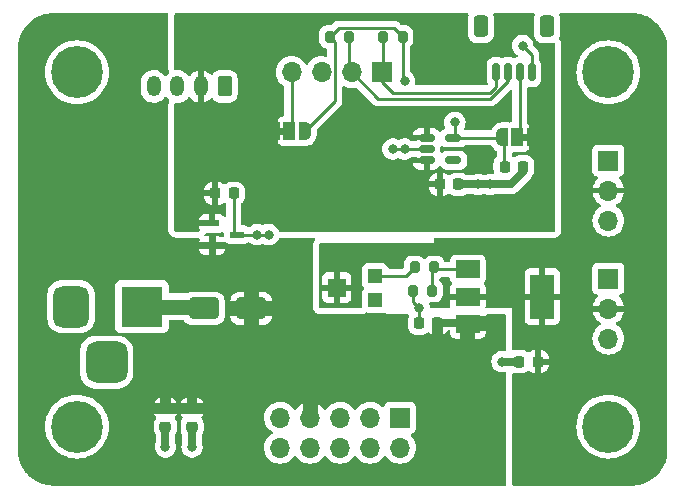
<source format=gbr>
%TF.GenerationSoftware,KiCad,Pcbnew,7.0.2-0*%
%TF.CreationDate,2023-10-31T10:36:30-04:00*%
%TF.ProjectId,WiringHarness,57697269-6e67-4486-9172-6e6573732e6b,rev?*%
%TF.SameCoordinates,Original*%
%TF.FileFunction,Copper,L1,Top*%
%TF.FilePolarity,Positive*%
%FSLAX46Y46*%
G04 Gerber Fmt 4.6, Leading zero omitted, Abs format (unit mm)*
G04 Created by KiCad (PCBNEW 7.0.2-0) date 2023-10-31 10:36:30*
%MOMM*%
%LPD*%
G01*
G04 APERTURE LIST*
G04 Aperture macros list*
%AMRoundRect*
0 Rectangle with rounded corners*
0 $1 Rounding radius*
0 $2 $3 $4 $5 $6 $7 $8 $9 X,Y pos of 4 corners*
0 Add a 4 corners polygon primitive as box body*
4,1,4,$2,$3,$4,$5,$6,$7,$8,$9,$2,$3,0*
0 Add four circle primitives for the rounded corners*
1,1,$1+$1,$2,$3*
1,1,$1+$1,$4,$5*
1,1,$1+$1,$6,$7*
1,1,$1+$1,$8,$9*
0 Add four rect primitives between the rounded corners*
20,1,$1+$1,$2,$3,$4,$5,0*
20,1,$1+$1,$4,$5,$6,$7,0*
20,1,$1+$1,$6,$7,$8,$9,0*
20,1,$1+$1,$8,$9,$2,$3,0*%
%AMFreePoly0*
4,1,19,0.550000,-0.750000,0.000000,-0.750000,0.000000,-0.744911,-0.071157,-0.744911,-0.207708,-0.704816,-0.327430,-0.627875,-0.420627,-0.520320,-0.479746,-0.390866,-0.500000,-0.250000,-0.500000,0.250000,-0.479746,0.390866,-0.420627,0.520320,-0.327430,0.627875,-0.207708,0.704816,-0.071157,0.744911,0.000000,0.744911,0.000000,0.750000,0.550000,0.750000,0.550000,-0.750000,0.550000,-0.750000,
$1*%
%AMFreePoly1*
4,1,19,0.000000,0.744911,0.071157,0.744911,0.207708,0.704816,0.327430,0.627875,0.420627,0.520320,0.479746,0.390866,0.500000,0.250000,0.500000,-0.250000,0.479746,-0.390866,0.420627,-0.520320,0.327430,-0.627875,0.207708,-0.704816,0.071157,-0.744911,0.000000,-0.744911,0.000000,-0.750000,-0.550000,-0.750000,-0.550000,0.750000,0.000000,0.750000,0.000000,0.744911,0.000000,0.744911,
$1*%
G04 Aperture macros list end*
%TA.AperFunction,ComponentPad*%
%ADD10RoundRect,0.250000X0.350000X0.625000X-0.350000X0.625000X-0.350000X-0.625000X0.350000X-0.625000X0*%
%TD*%
%TA.AperFunction,ComponentPad*%
%ADD11O,1.200000X1.750000*%
%TD*%
%TA.AperFunction,ComponentPad*%
%ADD12R,1.700000X1.700000*%
%TD*%
%TA.AperFunction,ComponentPad*%
%ADD13O,1.700000X1.700000*%
%TD*%
%TA.AperFunction,SMDPad,CuDef*%
%ADD14RoundRect,0.200000X0.200000X0.275000X-0.200000X0.275000X-0.200000X-0.275000X0.200000X-0.275000X0*%
%TD*%
%TA.AperFunction,SMDPad,CuDef*%
%ADD15R,1.200000X1.200000*%
%TD*%
%TA.AperFunction,SMDPad,CuDef*%
%ADD16R,1.500000X1.600000*%
%TD*%
%TA.AperFunction,SMDPad,CuDef*%
%ADD17RoundRect,0.150000X0.150000X0.625000X-0.150000X0.625000X-0.150000X-0.625000X0.150000X-0.625000X0*%
%TD*%
%TA.AperFunction,SMDPad,CuDef*%
%ADD18RoundRect,0.250000X0.350000X0.650000X-0.350000X0.650000X-0.350000X-0.650000X0.350000X-0.650000X0*%
%TD*%
%TA.AperFunction,SMDPad,CuDef*%
%ADD19FreePoly0,180.000000*%
%TD*%
%TA.AperFunction,SMDPad,CuDef*%
%ADD20R,1.000000X1.500000*%
%TD*%
%TA.AperFunction,SMDPad,CuDef*%
%ADD21FreePoly1,180.000000*%
%TD*%
%TA.AperFunction,ComponentPad*%
%ADD22C,4.400000*%
%TD*%
%TA.AperFunction,SMDPad,CuDef*%
%ADD23RoundRect,0.225000X-0.225000X-0.250000X0.225000X-0.250000X0.225000X0.250000X-0.225000X0.250000X0*%
%TD*%
%TA.AperFunction,SMDPad,CuDef*%
%ADD24RoundRect,0.225000X-0.250000X0.225000X-0.250000X-0.225000X0.250000X-0.225000X0.250000X0.225000X0*%
%TD*%
%TA.AperFunction,SMDPad,CuDef*%
%ADD25RoundRect,0.088500X-0.531500X-0.206500X0.531500X-0.206500X0.531500X0.206500X-0.531500X0.206500X0*%
%TD*%
%TA.AperFunction,SMDPad,CuDef*%
%ADD26RoundRect,0.088500X0.531500X0.206500X-0.531500X0.206500X-0.531500X-0.206500X0.531500X-0.206500X0*%
%TD*%
%TA.AperFunction,SMDPad,CuDef*%
%ADD27RoundRect,0.200000X-0.200000X-0.275000X0.200000X-0.275000X0.200000X0.275000X-0.200000X0.275000X0*%
%TD*%
%TA.AperFunction,SMDPad,CuDef*%
%ADD28RoundRect,0.225000X0.225000X0.250000X-0.225000X0.250000X-0.225000X-0.250000X0.225000X-0.250000X0*%
%TD*%
%TA.AperFunction,ComponentPad*%
%ADD29R,3.500000X3.500000*%
%TD*%
%TA.AperFunction,ComponentPad*%
%ADD30RoundRect,0.750000X-0.750000X-1.000000X0.750000X-1.000000X0.750000X1.000000X-0.750000X1.000000X0*%
%TD*%
%TA.AperFunction,ComponentPad*%
%ADD31RoundRect,0.875000X-0.875000X-0.875000X0.875000X-0.875000X0.875000X0.875000X-0.875000X0.875000X0*%
%TD*%
%TA.AperFunction,SMDPad,CuDef*%
%ADD32RoundRect,0.250000X1.000000X0.650000X-1.000000X0.650000X-1.000000X-0.650000X1.000000X-0.650000X0*%
%TD*%
%TA.AperFunction,SMDPad,CuDef*%
%ADD33FreePoly0,0.000000*%
%TD*%
%TA.AperFunction,SMDPad,CuDef*%
%ADD34FreePoly1,0.000000*%
%TD*%
%TA.AperFunction,SMDPad,CuDef*%
%ADD35R,2.000000X1.500000*%
%TD*%
%TA.AperFunction,SMDPad,CuDef*%
%ADD36R,2.000000X3.800000*%
%TD*%
%TA.AperFunction,SMDPad,CuDef*%
%ADD37RoundRect,0.150000X-0.512500X-0.150000X0.512500X-0.150000X0.512500X0.150000X-0.512500X0.150000X0*%
%TD*%
%TA.AperFunction,ViaPad*%
%ADD38C,0.800000*%
%TD*%
%TA.AperFunction,Conductor*%
%ADD39C,1.270000*%
%TD*%
%TA.AperFunction,Conductor*%
%ADD40C,0.635000*%
%TD*%
%TA.AperFunction,Conductor*%
%ADD41C,0.254000*%
%TD*%
G04 APERTURE END LIST*
%TA.AperFunction,EtchedComponent*%
%TO.C,JP1*%
G36*
X170200000Y-86550000D02*
G01*
X169700000Y-86550000D01*
X169700000Y-85950000D01*
X170200000Y-85950000D01*
X170200000Y-86550000D01*
G37*
%TD.AperFunction*%
%TA.AperFunction,EtchedComponent*%
%TO.C,JP2*%
G36*
X149600000Y-86050000D02*
G01*
X149100000Y-86050000D01*
X149100000Y-85450000D01*
X149600000Y-85450000D01*
X149600000Y-86050000D01*
G37*
%TD.AperFunction*%
%TD*%
D10*
%TO.P,J7,1,Pin_1*%
%TO.N,GND*%
X144500000Y-81950000D03*
D11*
%TO.P,J7,2,Pin_2*%
%TO.N,/IIC5V*%
X142500000Y-81950000D03*
%TO.P,J7,3,Pin_3*%
%TO.N,/D0*%
X140500000Y-81950000D03*
%TO.P,J7,4,Pin_4*%
%TO.N,/D1*%
X138500000Y-81950000D03*
%TD*%
D12*
%TO.P,J4,1,Pin_1*%
%TO.N,/ServoX*%
X159370000Y-110000000D03*
D13*
%TO.P,J4,2,Pin_2*%
%TO.N,/ServoY*%
X159370000Y-112540000D03*
%TO.P,J4,3,Pin_3*%
%TO.N,/SCL*%
X156830000Y-110000000D03*
%TO.P,J4,4,Pin_4*%
%TO.N,/SDA*%
X156830000Y-112540000D03*
%TO.P,J4,5,Pin_5*%
%TO.N,/D0*%
X154290000Y-110000000D03*
%TO.P,J4,6,Pin_6*%
%TO.N,/D1*%
X154290000Y-112540000D03*
%TO.P,J4,7,Pin_7*%
%TO.N,/Vsys*%
X151750000Y-110000000D03*
%TO.P,J4,8,Pin_8*%
%TO.N,unconnected-(J4-Pin_8-Pad8)*%
X151750000Y-112540000D03*
%TO.P,J4,9,Pin_9*%
%TO.N,GND*%
X149210000Y-110000000D03*
%TO.P,J4,10,Pin_10*%
%TO.N,unconnected-(J4-Pin_10-Pad10)*%
X149210000Y-112540000D03*
%TD*%
D14*
%TO.P,R4,1*%
%TO.N,Net-(U3-ADJ)*%
X162250000Y-97250000D03*
%TO.P,R4,2*%
%TO.N,Net-(R4-Pad2)*%
X160600000Y-97250000D03*
%TD*%
%TO.P,R3,1*%
%TO.N,Net-(U3-ADJ)*%
X162075000Y-99250000D03*
%TO.P,R3,2*%
%TO.N,GND*%
X160425000Y-99250000D03*
%TD*%
D15*
%TO.P,R5,1*%
%TO.N,unconnected-(R5-Pad1)*%
X157250000Y-100000000D03*
D16*
%TO.P,R5,2*%
%TO.N,/VoutServo*%
X154000000Y-99000000D03*
D15*
%TO.P,R5,3*%
%TO.N,Net-(R4-Pad2)*%
X157250000Y-98000000D03*
%TD*%
D17*
%TO.P,J6,1,Pin_1*%
%TO.N,GND*%
X170500000Y-80750000D03*
%TO.P,J6,2,Pin_2*%
%TO.N,Net-(J6-Pin_2)*%
X169500000Y-80750000D03*
%TO.P,J6,3,Pin_3*%
%TO.N,/SDA*%
X168500000Y-80750000D03*
%TO.P,J6,4,Pin_4*%
%TO.N,/SCL*%
X167500000Y-80750000D03*
D18*
%TO.P,J6,MP*%
%TO.N,N/C*%
X171800000Y-76875000D03*
X166200000Y-76875000D03*
%TD*%
D12*
%TO.P,J3,1,Pin_1*%
%TO.N,/ServoY*%
X177000000Y-98225000D03*
D13*
%TO.P,J3,2,Pin_2*%
%TO.N,/VoutServo*%
X177000000Y-100765000D03*
%TO.P,J3,3,Pin_3*%
%TO.N,GND*%
X177000000Y-103305000D03*
%TD*%
D19*
%TO.P,JP1,1,A*%
%TO.N,/IIC5V*%
X170600000Y-86250000D03*
D20*
%TO.P,JP1,2,C*%
%TO.N,Net-(J6-Pin_2)*%
X169300000Y-86250000D03*
D21*
%TO.P,JP1,3,B*%
%TO.N,/IIC3V*%
X168000000Y-86250000D03*
%TD*%
D12*
%TO.P,J5,1,Pin_1*%
%TO.N,/SCL*%
X157800000Y-80750000D03*
D13*
%TO.P,J5,2,Pin_2*%
%TO.N,/SDA*%
X155260000Y-80750000D03*
%TO.P,J5,3,Pin_3*%
%TO.N,GND*%
X152720000Y-80750000D03*
%TO.P,J5,4,Pin_4*%
%TO.N,Net-(J5-Pin_4)*%
X150180000Y-80750000D03*
%TD*%
D22*
%TO.P,H2,1,1*%
%TO.N,GND*%
X177000000Y-110750000D03*
%TD*%
D23*
%TO.P,C6,1*%
%TO.N,/IIC3V*%
X168225000Y-88750000D03*
%TO.P,C6,2*%
%TO.N,GND*%
X169775000Y-88750000D03*
%TD*%
D24*
%TO.P,C2,1*%
%TO.N,/Vsys*%
X141750000Y-109200000D03*
%TO.P,C2,2*%
%TO.N,GND*%
X141750000Y-110750000D03*
%TD*%
D22*
%TO.P,H5,1,1*%
%TO.N,GND*%
X132000000Y-80750000D03*
%TD*%
D25*
%TO.P,VR1,1,OUT*%
%TO.N,/IIC5V*%
X143445000Y-93550000D03*
%TO.P,VR1,2,IN*%
%TO.N,/Vsys*%
X143445000Y-95450000D03*
D26*
%TO.P,VR1,3,GND*%
%TO.N,GND*%
X145555000Y-94500000D03*
%TD*%
D22*
%TO.P,H3,1,1*%
%TO.N,GND*%
X132000000Y-110750000D03*
%TD*%
D27*
%TO.P,R2,1*%
%TO.N,/IIC3V*%
X153425000Y-77750000D03*
%TO.P,R2,2*%
%TO.N,/SDA*%
X155075000Y-77750000D03*
%TD*%
D12*
%TO.P,J2,1,Pin_1*%
%TO.N,/ServoX*%
X177000000Y-88225000D03*
D13*
%TO.P,J2,2,Pin_2*%
%TO.N,/VoutServo*%
X177000000Y-90765000D03*
%TO.P,J2,3,Pin_3*%
%TO.N,GND*%
X177000000Y-93305000D03*
%TD*%
D28*
%TO.P,C1,1*%
%TO.N,/Vsys*%
X162525000Y-102000000D03*
%TO.P,C1,2*%
%TO.N,GND*%
X160975000Y-102000000D03*
%TD*%
D14*
%TO.P,R1,1*%
%TO.N,/IIC3V*%
X159575000Y-77750000D03*
%TO.P,R1,2*%
%TO.N,/SCL*%
X157925000Y-77750000D03*
%TD*%
D24*
%TO.P,C3,1*%
%TO.N,/Vsys*%
X139500000Y-109200000D03*
%TO.P,C3,2*%
%TO.N,GND*%
X139500000Y-110750000D03*
%TD*%
D23*
%TO.P,C7,1*%
%TO.N,/IIC5V*%
X143725000Y-91000000D03*
%TO.P,C7,2*%
%TO.N,GND*%
X145275000Y-91000000D03*
%TD*%
D29*
%TO.P,J1,1*%
%TO.N,Net-(D1-A)*%
X137512000Y-100592500D03*
D30*
%TO.P,J1,2*%
%TO.N,GND*%
X131512000Y-100592500D03*
D31*
%TO.P,J1,3*%
%TO.N,N/C*%
X134512000Y-105292500D03*
%TD*%
D32*
%TO.P,D1,1,K*%
%TO.N,/Vsys*%
X146750000Y-100750000D03*
%TO.P,D1,2,A*%
%TO.N,Net-(D1-A)*%
X142750000Y-100750000D03*
%TD*%
D33*
%TO.P,JP2,1,A*%
%TO.N,/IIC5V*%
X148700000Y-85750000D03*
D20*
%TO.P,JP2,2,C*%
%TO.N,Net-(J5-Pin_4)*%
X150000000Y-85750000D03*
D34*
%TO.P,JP2,3,B*%
%TO.N,/IIC3V*%
X151300000Y-85750000D03*
%TD*%
D35*
%TO.P,U3,1,ADJ*%
%TO.N,Net-(U3-ADJ)*%
X165100000Y-97450000D03*
%TO.P,U3,2,VO*%
%TO.N,/VoutServo*%
X165100000Y-99750000D03*
D36*
X171400000Y-99750000D03*
D35*
%TO.P,U3,3,VI*%
%TO.N,/Vsys*%
X165100000Y-102050000D03*
%TD*%
D22*
%TO.P,H1,1,1*%
%TO.N,GND*%
X177000000Y-80750000D03*
%TD*%
D28*
%TO.P,C4,1*%
%TO.N,/VoutServo*%
X171025000Y-105250000D03*
%TO.P,C4,2*%
%TO.N,GND*%
X169475000Y-105250000D03*
%TD*%
D37*
%TO.P,U2,1,IN*%
%TO.N,/IIC5V*%
X161612500Y-86300000D03*
%TO.P,U2,2,GND*%
%TO.N,GND*%
X161612500Y-87250000D03*
%TO.P,U2,3,EN*%
%TO.N,/IIC5V*%
X161612500Y-88200000D03*
%TO.P,U2,4,NC*%
%TO.N,unconnected-(U2-NC-Pad4)*%
X163887500Y-88200000D03*
%TO.P,U2,5,OUT*%
%TO.N,/IIC3V*%
X163887500Y-86300000D03*
%TD*%
D23*
%TO.P,C5,1*%
%TO.N,/IIC5V*%
X162750000Y-90250000D03*
%TO.P,C5,2*%
%TO.N,GND*%
X164300000Y-90250000D03*
%TD*%
D38*
%TO.N,GND*%
X166000000Y-90250000D03*
X167000000Y-90250000D03*
X147250000Y-94500000D03*
X141750000Y-112475000D03*
X159750000Y-87250000D03*
X158750000Y-87250000D03*
X148250000Y-94500000D03*
X169750000Y-78500000D03*
X139500000Y-112475000D03*
X168000000Y-105250000D03*
X161000000Y-100750000D03*
%TO.N,/IIC3V*%
X164000000Y-85000000D03*
X159750000Y-81500000D03*
%TD*%
D39*
%TO.N,Net-(D1-A)*%
X143032500Y-100592500D02*
X143000000Y-100625000D01*
X143032500Y-100592500D02*
X137512000Y-100592500D01*
D40*
%TO.N,GND*%
X139500000Y-110750000D02*
X139500000Y-112475000D01*
D41*
X160975000Y-100775000D02*
X161000000Y-100750000D01*
D40*
X169775000Y-88750000D02*
X169775000Y-89225000D01*
X164300000Y-90250000D02*
X167000000Y-90250000D01*
X169475000Y-105250000D02*
X168000000Y-105250000D01*
X168750000Y-90250000D02*
X167000000Y-90250000D01*
D41*
X161612500Y-87250000D02*
X158750000Y-87250000D01*
D40*
X164300000Y-90250000D02*
X166000000Y-90250000D01*
X141750000Y-110750000D02*
X141750000Y-112475000D01*
D41*
X170500000Y-80750000D02*
X170500000Y-79250000D01*
X145555000Y-94500000D02*
X147250000Y-94500000D01*
X160425000Y-99250000D02*
X160425000Y-100175000D01*
X145555000Y-94500000D02*
X148250000Y-94500000D01*
X145275000Y-94220000D02*
X145555000Y-94500000D01*
X160975000Y-102000000D02*
X160975000Y-100775000D01*
X160425000Y-100175000D02*
X161000000Y-100750000D01*
X145275000Y-91000000D02*
X145275000Y-94220000D01*
X170500000Y-79250000D02*
X169750000Y-78500000D01*
D40*
X169775000Y-89225000D02*
X168750000Y-90250000D01*
D41*
%TO.N,/SCL*%
X157925000Y-77750000D02*
X157925000Y-80625000D01*
X157925000Y-80625000D02*
X157800000Y-80750000D01*
X158750000Y-82500000D02*
X166961184Y-82500000D01*
X157800000Y-80750000D02*
X157800000Y-81550000D01*
X157800000Y-81550000D02*
X158750000Y-82500000D01*
X166961184Y-82500000D02*
X167500000Y-81961184D01*
X167500000Y-81961184D02*
X167500000Y-80750000D01*
%TO.N,/SDA*%
X157510000Y-83000000D02*
X155260000Y-80750000D01*
X155075000Y-80565000D02*
X155260000Y-80750000D01*
X155075000Y-77750000D02*
X155075000Y-80565000D01*
X168500000Y-81500000D02*
X167000000Y-83000000D01*
X167000000Y-83000000D02*
X157510000Y-83000000D01*
X168500000Y-80750000D02*
X168500000Y-81500000D01*
%TO.N,/Vsys*%
X139500000Y-109200000D02*
X139500000Y-107750000D01*
X141750000Y-107750000D02*
X141750000Y-109200000D01*
D40*
X162525000Y-102000000D02*
X165050000Y-102000000D01*
X165050000Y-102000000D02*
X165100000Y-102050000D01*
D41*
X139500000Y-107750000D02*
X141750000Y-107750000D01*
X151750000Y-110000000D02*
X151750000Y-107250000D01*
%TO.N,Net-(J6-Pin_2)*%
X169500000Y-86250000D02*
X169500000Y-80750000D01*
%TO.N,Net-(U3-ADJ)*%
X162075000Y-97425000D02*
X162250000Y-97250000D01*
X162450000Y-97450000D02*
X165100000Y-97450000D01*
X162075000Y-99250000D02*
X162075000Y-97425000D01*
X162250000Y-97250000D02*
X162450000Y-97450000D01*
%TO.N,Net-(R4-Pad2)*%
X159850000Y-98000000D02*
X160600000Y-97250000D01*
X157000000Y-98000000D02*
X159850000Y-98000000D01*
%TO.N,/IIC5V*%
X170800000Y-86250000D02*
X172250000Y-86250000D01*
%TO.N,/IIC3V*%
X154154000Y-77021000D02*
X158846000Y-77021000D01*
X168150000Y-86300000D02*
X168200000Y-86250000D01*
X153824000Y-78149000D02*
X153824000Y-83226000D01*
X159575000Y-77750000D02*
X159575000Y-81325000D01*
X168200000Y-86250000D02*
X168200000Y-88725000D01*
X164000000Y-86187500D02*
X163887500Y-86300000D01*
X159575000Y-81325000D02*
X159750000Y-81500000D01*
X153425000Y-77750000D02*
X154154000Y-77021000D01*
X164000000Y-85000000D02*
X164000000Y-86187500D01*
X158846000Y-77021000D02*
X159575000Y-77750000D01*
X153425000Y-77750000D02*
X153824000Y-78149000D01*
X168200000Y-88725000D02*
X168225000Y-88750000D01*
X163887500Y-86300000D02*
X168150000Y-86300000D01*
X153824000Y-83226000D02*
X151300000Y-85750000D01*
%TO.N,Net-(J5-Pin_4)*%
X150180000Y-85570000D02*
X150000000Y-85750000D01*
X150180000Y-80750000D02*
X150180000Y-85570000D01*
%TD*%
%TA.AperFunction,Conductor*%
%TO.N,/Vsys*%
G36*
X139687539Y-75770185D02*
G01*
X139733294Y-75822989D01*
X139744500Y-75874500D01*
X139744500Y-80455113D01*
X139744938Y-80458782D01*
X139744939Y-80458787D01*
X139758310Y-80570627D01*
X139758311Y-80570635D01*
X139758748Y-80574286D01*
X139772532Y-80631106D01*
X139773818Y-80634554D01*
X139773823Y-80634570D01*
X139802270Y-80710838D01*
X139807254Y-80780529D01*
X139775832Y-80839740D01*
X139631011Y-80991625D01*
X139604457Y-81032943D01*
X139551652Y-81078697D01*
X139482494Y-81088640D01*
X139418939Y-81059613D01*
X139402673Y-81042554D01*
X139338645Y-80961138D01*
X139300092Y-80912114D01*
X139141256Y-80774481D01*
X139141254Y-80774479D01*
X138959245Y-80669396D01*
X138760633Y-80600655D01*
X138552603Y-80570746D01*
X138552602Y-80570746D01*
X138478286Y-80574286D01*
X138342669Y-80580746D01*
X138138419Y-80630297D01*
X137947247Y-80717602D01*
X137776050Y-80839512D01*
X137631013Y-80991623D01*
X137517387Y-81168425D01*
X137439274Y-81363545D01*
X137410809Y-81511237D01*
X137399500Y-81569915D01*
X137399500Y-82277425D01*
X137399779Y-82280355D01*
X137399781Y-82280380D01*
X137414471Y-82434215D01*
X137469267Y-82620834D01*
X137473684Y-82635875D01*
X137488940Y-82665467D01*
X137569990Y-82822684D01*
X137699906Y-82987884D01*
X137858745Y-83125520D01*
X137957259Y-83182397D01*
X138040756Y-83230604D01*
X138134241Y-83262959D01*
X138239366Y-83299344D01*
X138274298Y-83304366D01*
X138447398Y-83329254D01*
X138657330Y-83319254D01*
X138861576Y-83269704D01*
X138907802Y-83248593D01*
X139052752Y-83182397D01*
X139104503Y-83145545D01*
X139223952Y-83060486D01*
X139368986Y-82908378D01*
X139395542Y-82867056D01*
X139448344Y-82821303D01*
X139517503Y-82811359D01*
X139581058Y-82840384D01*
X139597326Y-82857444D01*
X139699908Y-82987886D01*
X139771178Y-83049642D01*
X139808952Y-83108421D01*
X139808952Y-83178290D01*
X139802770Y-83194865D01*
X139784663Y-83234514D01*
X139765627Y-83299344D01*
X139764977Y-83301556D01*
X139764976Y-83301560D01*
X139764527Y-83304682D01*
X139764524Y-83304698D01*
X139760994Y-83329253D01*
X139744500Y-83443976D01*
X139744500Y-88382128D01*
X139744500Y-94126000D01*
X139744854Y-94129294D01*
X139744855Y-94129309D01*
X139745977Y-94139740D01*
X139756053Y-94233456D01*
X139756757Y-94236693D01*
X139756759Y-94236704D01*
X139763539Y-94267867D01*
X139767259Y-94284967D01*
X139768305Y-94288110D01*
X139768309Y-94288124D01*
X139801385Y-94387503D01*
X139879173Y-94508541D01*
X139879175Y-94508543D01*
X139924930Y-94561347D01*
X140033664Y-94655567D01*
X140164541Y-94715338D01*
X140231580Y-94735023D01*
X140231584Y-94735024D01*
X140374000Y-94755500D01*
X142294720Y-94755500D01*
X142361759Y-94775185D01*
X142407514Y-94827989D01*
X142417458Y-94897147D01*
X142403344Y-94930655D01*
X142405693Y-94931628D01*
X142340148Y-95089869D01*
X142331572Y-95155000D01*
X143150000Y-95155000D01*
X143150000Y-94655000D01*
X142928275Y-94655000D01*
X142861236Y-94635315D01*
X142815481Y-94582511D01*
X142805537Y-94513353D01*
X142828130Y-94457876D01*
X142854987Y-94421097D01*
X142854987Y-94421096D01*
X142865502Y-94406697D01*
X142867062Y-94407836D01*
X142893867Y-94371125D01*
X142959035Y-94345929D01*
X142969356Y-94345499D01*
X144011045Y-94345499D01*
X144015100Y-94345499D01*
X144059374Y-94339670D01*
X144130256Y-94330340D01*
X144130257Y-94330339D01*
X144130260Y-94330339D01*
X144263049Y-94275335D01*
X144332516Y-94267867D01*
X144394995Y-94299141D01*
X144430648Y-94359230D01*
X144434500Y-94389897D01*
X144434500Y-94610642D01*
X144414815Y-94677681D01*
X144362011Y-94723436D01*
X144292853Y-94733380D01*
X144263049Y-94725204D01*
X144130127Y-94670148D01*
X144019089Y-94655529D01*
X144011018Y-94655000D01*
X143740000Y-94655000D01*
X143740000Y-95155000D01*
X144598367Y-95155000D01*
X144665406Y-95174685D01*
X144673846Y-95180618D01*
X144726459Y-95220990D01*
X144869740Y-95280339D01*
X144984899Y-95295500D01*
X146125100Y-95295499D01*
X146158836Y-95291057D01*
X146240258Y-95280340D01*
X146383541Y-95220990D01*
X146471986Y-95153124D01*
X146537155Y-95127930D01*
X146547472Y-95127500D01*
X146548053Y-95127500D01*
X146615092Y-95147185D01*
X146640203Y-95168528D01*
X146644129Y-95172889D01*
X146797269Y-95284151D01*
X146970197Y-95361144D01*
X147155352Y-95400500D01*
X147155354Y-95400500D01*
X147344648Y-95400500D01*
X147469320Y-95374000D01*
X147529803Y-95361144D01*
X147699565Y-95285559D01*
X147768813Y-95276275D01*
X147800431Y-95285558D01*
X147970196Y-95361143D01*
X147970197Y-95361144D01*
X148155352Y-95400500D01*
X148155354Y-95400500D01*
X148344648Y-95400500D01*
X148469320Y-95374000D01*
X148529803Y-95361144D01*
X148702730Y-95284151D01*
X148750001Y-95249807D01*
X148855870Y-95172889D01*
X148982533Y-95032216D01*
X149044474Y-94924930D01*
X149077179Y-94868284D01*
X149085985Y-94841183D01*
X149125422Y-94783507D01*
X149189780Y-94756308D01*
X149203916Y-94755500D01*
X149205703Y-94755500D01*
X152063942Y-94755500D01*
X152130981Y-94775185D01*
X152176736Y-94827989D01*
X152186680Y-94897147D01*
X152157655Y-94960703D01*
X152157654Y-94960704D01*
X152094432Y-95033664D01*
X152034662Y-95164539D01*
X152015474Y-95229886D01*
X152014977Y-95231580D01*
X152014976Y-95231584D01*
X152014527Y-95234706D01*
X152014524Y-95234722D01*
X152005786Y-95295500D01*
X151994500Y-95374000D01*
X151994500Y-100626000D01*
X151994854Y-100629294D01*
X151994855Y-100629309D01*
X152005697Y-100730145D01*
X152006053Y-100733456D01*
X152006757Y-100736693D01*
X152006759Y-100736704D01*
X152016553Y-100781722D01*
X152017259Y-100784967D01*
X152018305Y-100788110D01*
X152018309Y-100788124D01*
X152051385Y-100887503D01*
X152129173Y-101008541D01*
X152129175Y-101008543D01*
X152174930Y-101061347D01*
X152283664Y-101155567D01*
X152414541Y-101215338D01*
X152481580Y-101235023D01*
X152481584Y-101235024D01*
X152624000Y-101255500D01*
X156022179Y-101255500D01*
X156025501Y-101255500D01*
X156132955Y-101243947D01*
X156184467Y-101232741D01*
X156287010Y-101198611D01*
X156408049Y-101120822D01*
X156414473Y-101115254D01*
X156478023Y-101086228D01*
X156539015Y-101092784D01*
X156542517Y-101094091D01*
X156602127Y-101100500D01*
X157897872Y-101100499D01*
X157957483Y-101094091D01*
X157957486Y-101094090D01*
X157962466Y-101092233D01*
X158032157Y-101087248D01*
X158087003Y-101114701D01*
X158134164Y-101155567D01*
X158265041Y-101215338D01*
X158332080Y-101235023D01*
X158332084Y-101235024D01*
X158474500Y-101255500D01*
X159815596Y-101255500D01*
X159818637Y-101255500D01*
X159916906Y-101245856D01*
X159964196Y-101236484D01*
X159964936Y-101236260D01*
X160034349Y-101239100D01*
X160091535Y-101279245D01*
X160117938Y-101343934D01*
X160105176Y-101412629D01*
X160100121Y-101421644D01*
X160087998Y-101441299D01*
X160034650Y-101602292D01*
X160024819Y-101698522D01*
X160024817Y-101698542D01*
X160024500Y-101701655D01*
X160024500Y-101704802D01*
X160024500Y-101704803D01*
X160024500Y-102295194D01*
X160024500Y-102295213D01*
X160024501Y-102298344D01*
X160024820Y-102301476D01*
X160024821Y-102301477D01*
X160034650Y-102397707D01*
X160087997Y-102558699D01*
X160177031Y-102703044D01*
X160296955Y-102822968D01*
X160441300Y-102912002D01*
X160602292Y-102965349D01*
X160698522Y-102975180D01*
X160698523Y-102975180D01*
X160701655Y-102975500D01*
X161248344Y-102975499D01*
X161347708Y-102965349D01*
X161508697Y-102912003D01*
X161653044Y-102822968D01*
X161662672Y-102813339D01*
X161723992Y-102779854D01*
X161793684Y-102784837D01*
X161838036Y-102813341D01*
X161847266Y-102822572D01*
X161991518Y-102911547D01*
X162074999Y-102939210D01*
X162075000Y-102939210D01*
X162075000Y-101674000D01*
X162094685Y-101606961D01*
X162147489Y-101561206D01*
X162199000Y-101550000D01*
X162851000Y-101550000D01*
X162918039Y-101569685D01*
X162963794Y-101622489D01*
X162975000Y-101674000D01*
X162975000Y-102939210D01*
X163058481Y-102911547D01*
X163202734Y-102822571D01*
X163322571Y-102702734D01*
X163370461Y-102625093D01*
X163422409Y-102578369D01*
X163491372Y-102567146D01*
X163555454Y-102594990D01*
X163594310Y-102653058D01*
X163600000Y-102690190D01*
X163600000Y-102844518D01*
X163600354Y-102851132D01*
X163606400Y-102907371D01*
X163656647Y-103042089D01*
X163742811Y-103157188D01*
X163857910Y-103243352D01*
X163992628Y-103293599D01*
X164048867Y-103299645D01*
X164055482Y-103300000D01*
X164464999Y-103300000D01*
X164464999Y-102685000D01*
X165735000Y-102685000D01*
X165735000Y-103300000D01*
X166144518Y-103300000D01*
X166151132Y-103299645D01*
X166207371Y-103293599D01*
X166342089Y-103243352D01*
X166457188Y-103157188D01*
X166543352Y-103042089D01*
X166593599Y-102907371D01*
X166599645Y-102851132D01*
X166600000Y-102844518D01*
X166600000Y-102685000D01*
X165735000Y-102685000D01*
X164464999Y-102685000D01*
X164465000Y-101539000D01*
X164484685Y-101471961D01*
X164537489Y-101426206D01*
X164589000Y-101415000D01*
X166600000Y-101415000D01*
X166600000Y-101379500D01*
X166619685Y-101312461D01*
X166672489Y-101266706D01*
X166724000Y-101255500D01*
X168240500Y-101255500D01*
X168307539Y-101275185D01*
X168353294Y-101327989D01*
X168364500Y-101379499D01*
X168364500Y-103304999D01*
X168364500Y-104189904D01*
X168364559Y-104191244D01*
X168364560Y-104191271D01*
X168366421Y-104233256D01*
X168366482Y-104234623D01*
X168366600Y-104235956D01*
X168366602Y-104235980D01*
X168367266Y-104243454D01*
X168353588Y-104311972D01*
X168305038Y-104362218D01*
X168237030Y-104378240D01*
X168217972Y-104375713D01*
X168149697Y-104361201D01*
X168094646Y-104349500D01*
X167905354Y-104349500D01*
X167905352Y-104349500D01*
X167720197Y-104388855D01*
X167547269Y-104465848D01*
X167394129Y-104577110D01*
X167267466Y-104717783D01*
X167172820Y-104881715D01*
X167114326Y-105061742D01*
X167094540Y-105250000D01*
X167114326Y-105438257D01*
X167172820Y-105618284D01*
X167267466Y-105782216D01*
X167394129Y-105922889D01*
X167547269Y-106034151D01*
X167720197Y-106111144D01*
X167905352Y-106150500D01*
X167905354Y-106150500D01*
X168094648Y-106150500D01*
X168222869Y-106123246D01*
X168292536Y-106128562D01*
X168348270Y-106170699D01*
X168372375Y-106236279D01*
X168371388Y-106262181D01*
X168364500Y-106310092D01*
X168364500Y-115625500D01*
X168344815Y-115692539D01*
X168292011Y-115738294D01*
X168240500Y-115749500D01*
X130003247Y-115749500D01*
X129996757Y-115749330D01*
X129866617Y-115742509D01*
X129686111Y-115732372D01*
X129673666Y-115731040D01*
X129524369Y-115707394D01*
X129364690Y-115680263D01*
X129353374Y-115677791D01*
X129203298Y-115637579D01*
X129050828Y-115593653D01*
X129040735Y-115590268D01*
X128895353Y-115534462D01*
X128892337Y-115533259D01*
X128748247Y-115473575D01*
X128739404Y-115469498D01*
X128599934Y-115398433D01*
X128596250Y-115396477D01*
X128460460Y-115321430D01*
X128452921Y-115316907D01*
X128321266Y-115231409D01*
X128317051Y-115228546D01*
X128190851Y-115139002D01*
X128184570Y-115134239D01*
X128062431Y-115035333D01*
X128057840Y-115031427D01*
X127942574Y-114928419D01*
X127937520Y-114923640D01*
X127826358Y-114812478D01*
X127821579Y-114807424D01*
X127718571Y-114692158D01*
X127714665Y-114687567D01*
X127615759Y-114565428D01*
X127610996Y-114559147D01*
X127521452Y-114432947D01*
X127518604Y-114428754D01*
X127433081Y-114297061D01*
X127428568Y-114289538D01*
X127353521Y-114153748D01*
X127351565Y-114150064D01*
X127280500Y-114010594D01*
X127276430Y-114001768D01*
X127216714Y-113857599D01*
X127215562Y-113854710D01*
X127159729Y-113709260D01*
X127156347Y-113699174D01*
X127112414Y-113546679D01*
X127098082Y-113493191D01*
X127072202Y-113396605D01*
X127069738Y-113385323D01*
X127042601Y-113225606D01*
X127018956Y-113076316D01*
X127017627Y-113063890D01*
X127007503Y-112883628D01*
X127000669Y-112753243D01*
X127000500Y-112746755D01*
X127000500Y-110750000D01*
X129294564Y-110750000D01*
X129294790Y-110753736D01*
X129314063Y-111072362D01*
X129314064Y-111072372D01*
X129314290Y-111076104D01*
X129314963Y-111079778D01*
X129314965Y-111079792D01*
X129372502Y-111393762D01*
X129372504Y-111393771D01*
X129373179Y-111397453D01*
X129374295Y-111401036D01*
X129374296Y-111401038D01*
X129389599Y-111450146D01*
X129470373Y-111709361D01*
X129604455Y-112007279D01*
X129606388Y-112010477D01*
X129606392Y-112010484D01*
X129771532Y-112283658D01*
X129771536Y-112283663D01*
X129773470Y-112286863D01*
X129974952Y-112544036D01*
X130205964Y-112775048D01*
X130463137Y-112976530D01*
X130466339Y-112978466D01*
X130466341Y-112978467D01*
X130628224Y-113076329D01*
X130742721Y-113145545D01*
X131040639Y-113279627D01*
X131352547Y-113376821D01*
X131673896Y-113435710D01*
X132000000Y-113455436D01*
X132326104Y-113435710D01*
X132647453Y-113376821D01*
X132959361Y-113279627D01*
X133257279Y-113145545D01*
X133536863Y-112976530D01*
X133794036Y-112775048D01*
X134025048Y-112544036D01*
X134226530Y-112286863D01*
X134395545Y-112007279D01*
X134529627Y-111709361D01*
X134626821Y-111397453D01*
X134685710Y-111076104D01*
X134689091Y-111020213D01*
X138524500Y-111020213D01*
X138524501Y-111023344D01*
X138524820Y-111026476D01*
X138524821Y-111026477D01*
X138534650Y-111122707D01*
X138582165Y-111266097D01*
X138587997Y-111283697D01*
X138663538Y-111406167D01*
X138682000Y-111471264D01*
X138682000Y-112058826D01*
X138675931Y-112097144D01*
X138614326Y-112286742D01*
X138594540Y-112475000D01*
X138614326Y-112663257D01*
X138672820Y-112843284D01*
X138767466Y-113007216D01*
X138894129Y-113147889D01*
X139047269Y-113259151D01*
X139220197Y-113336144D01*
X139405352Y-113375500D01*
X139405354Y-113375500D01*
X139594648Y-113375500D01*
X139718084Y-113349262D01*
X139779803Y-113336144D01*
X139952730Y-113259151D01*
X139952730Y-113259150D01*
X140105870Y-113147889D01*
X140232533Y-113007216D01*
X140327179Y-112843284D01*
X140349233Y-112775408D01*
X140385674Y-112663256D01*
X140405460Y-112475000D01*
X140385674Y-112286744D01*
X140327179Y-112106716D01*
X140324069Y-112097144D01*
X140318000Y-112058826D01*
X140318000Y-111471265D01*
X140336462Y-111406168D01*
X140412002Y-111283699D01*
X140416542Y-111270000D01*
X140465349Y-111122708D01*
X140475500Y-111023345D01*
X140475500Y-111020213D01*
X140774500Y-111020213D01*
X140774501Y-111023344D01*
X140774820Y-111026476D01*
X140774821Y-111026477D01*
X140784650Y-111122707D01*
X140832165Y-111266097D01*
X140837997Y-111283697D01*
X140913538Y-111406167D01*
X140932000Y-111471264D01*
X140932000Y-112058826D01*
X140925931Y-112097144D01*
X140864326Y-112286742D01*
X140844540Y-112475000D01*
X140864326Y-112663257D01*
X140922820Y-112843284D01*
X141017466Y-113007216D01*
X141144129Y-113147889D01*
X141297269Y-113259151D01*
X141470197Y-113336144D01*
X141655352Y-113375500D01*
X141655354Y-113375500D01*
X141844648Y-113375500D01*
X141968084Y-113349262D01*
X142029803Y-113336144D01*
X142202730Y-113259151D01*
X142202729Y-113259150D01*
X142355870Y-113147889D01*
X142482533Y-113007216D01*
X142577179Y-112843284D01*
X142599233Y-112775408D01*
X142635674Y-112663256D01*
X142648629Y-112539999D01*
X147854340Y-112539999D01*
X147874936Y-112775407D01*
X147910958Y-112909841D01*
X147936097Y-113003663D01*
X148035965Y-113217830D01*
X148171505Y-113411401D01*
X148338599Y-113578495D01*
X148532170Y-113714035D01*
X148746337Y-113813903D01*
X148974592Y-113875063D01*
X149210000Y-113895659D01*
X149445408Y-113875063D01*
X149673663Y-113813903D01*
X149887830Y-113714035D01*
X150081401Y-113578495D01*
X150248495Y-113411401D01*
X150378426Y-113225839D01*
X150433002Y-113182216D01*
X150502500Y-113175022D01*
X150564855Y-113206545D01*
X150581571Y-113225837D01*
X150711505Y-113411401D01*
X150878599Y-113578495D01*
X151072170Y-113714035D01*
X151286337Y-113813903D01*
X151495693Y-113869999D01*
X151514592Y-113875063D01*
X151749999Y-113895659D01*
X151749999Y-113895658D01*
X151750000Y-113895659D01*
X151985408Y-113875063D01*
X152213663Y-113813903D01*
X152427830Y-113714035D01*
X152621401Y-113578495D01*
X152788495Y-113411401D01*
X152918427Y-113225838D01*
X152973001Y-113182216D01*
X153042499Y-113175022D01*
X153104854Y-113206545D01*
X153121572Y-113225838D01*
X153251505Y-113411401D01*
X153418599Y-113578495D01*
X153612170Y-113714035D01*
X153826337Y-113813903D01*
X154054592Y-113875063D01*
X154290000Y-113895659D01*
X154525408Y-113875063D01*
X154753663Y-113813903D01*
X154967830Y-113714035D01*
X155161401Y-113578495D01*
X155328495Y-113411401D01*
X155458426Y-113225839D01*
X155513002Y-113182216D01*
X155582500Y-113175022D01*
X155644855Y-113206545D01*
X155661571Y-113225837D01*
X155791505Y-113411401D01*
X155958599Y-113578495D01*
X156152170Y-113714035D01*
X156366337Y-113813903D01*
X156594592Y-113875063D01*
X156830000Y-113895659D01*
X157065408Y-113875063D01*
X157293663Y-113813903D01*
X157507830Y-113714035D01*
X157701401Y-113578495D01*
X157868495Y-113411401D01*
X157998427Y-113225838D01*
X158053001Y-113182216D01*
X158122499Y-113175022D01*
X158184854Y-113206545D01*
X158201572Y-113225838D01*
X158331505Y-113411401D01*
X158498599Y-113578495D01*
X158692170Y-113714035D01*
X158906337Y-113813903D01*
X159134592Y-113875063D01*
X159370000Y-113895659D01*
X159605408Y-113875063D01*
X159833663Y-113813903D01*
X160047830Y-113714035D01*
X160241401Y-113578495D01*
X160408495Y-113411401D01*
X160544035Y-113217830D01*
X160643903Y-113003663D01*
X160705063Y-112775408D01*
X160725659Y-112540000D01*
X160705063Y-112304592D01*
X160643903Y-112076337D01*
X160544035Y-111862171D01*
X160408495Y-111668599D01*
X160286569Y-111546673D01*
X160253084Y-111485350D01*
X160258068Y-111415658D01*
X160299940Y-111359725D01*
X160330915Y-111342810D01*
X160462331Y-111293796D01*
X160577546Y-111207546D01*
X160663796Y-111092331D01*
X160714091Y-110957483D01*
X160720500Y-110897873D01*
X160720499Y-109102128D01*
X160714091Y-109042517D01*
X160663796Y-108907669D01*
X160577546Y-108792454D01*
X160462331Y-108706204D01*
X160327483Y-108655909D01*
X160267873Y-108649500D01*
X160264550Y-108649500D01*
X158475439Y-108649500D01*
X158475420Y-108649500D01*
X158472128Y-108649501D01*
X158468848Y-108649853D01*
X158468840Y-108649854D01*
X158412515Y-108655909D01*
X158277669Y-108706204D01*
X158162454Y-108792454D01*
X158076204Y-108907669D01*
X158027189Y-109039083D01*
X157985317Y-109095016D01*
X157919852Y-109119433D01*
X157851580Y-109104581D01*
X157823326Y-109083430D01*
X157701404Y-108961508D01*
X157701401Y-108961505D01*
X157507830Y-108825965D01*
X157293663Y-108726097D01*
X157232502Y-108709709D01*
X157065407Y-108664936D01*
X156829999Y-108644340D01*
X156594592Y-108664936D01*
X156366336Y-108726097D01*
X156152170Y-108825965D01*
X155958598Y-108961505D01*
X155791505Y-109128598D01*
X155661575Y-109314159D01*
X155606998Y-109357784D01*
X155537500Y-109364978D01*
X155475145Y-109333455D01*
X155458425Y-109314159D01*
X155328494Y-109128598D01*
X155161404Y-108961508D01*
X155161401Y-108961505D01*
X154967830Y-108825965D01*
X154753663Y-108726097D01*
X154692501Y-108709709D01*
X154525407Y-108664936D01*
X154290000Y-108644340D01*
X154054592Y-108664936D01*
X153826336Y-108726097D01*
X153612170Y-108825965D01*
X153418598Y-108961505D01*
X153251508Y-109128595D01*
X153121269Y-109314596D01*
X153066692Y-109358220D01*
X152997193Y-109365413D01*
X152934839Y-109333891D01*
X152918119Y-109314595D01*
X152788109Y-109128921D01*
X152621081Y-108961893D01*
X152427576Y-108826399D01*
X152385000Y-108806545D01*
X152385000Y-110511000D01*
X152365315Y-110578039D01*
X152312511Y-110623794D01*
X152261000Y-110635000D01*
X151239000Y-110635000D01*
X151171961Y-110615315D01*
X151126206Y-110562511D01*
X151115000Y-110511000D01*
X151115000Y-110071889D01*
X151250000Y-110071889D01*
X151290507Y-110209844D01*
X151368239Y-110330798D01*
X151476900Y-110424952D01*
X151607685Y-110484680D01*
X151714237Y-110500000D01*
X151785763Y-110500000D01*
X151892315Y-110484680D01*
X152023100Y-110424952D01*
X152131761Y-110330798D01*
X152209493Y-110209844D01*
X152250000Y-110071889D01*
X152250000Y-109928111D01*
X152209493Y-109790156D01*
X152131761Y-109669202D01*
X152023100Y-109575048D01*
X151892315Y-109515320D01*
X151785763Y-109500000D01*
X151714237Y-109500000D01*
X151607685Y-109515320D01*
X151476900Y-109575048D01*
X151368239Y-109669202D01*
X151290507Y-109790156D01*
X151250000Y-109928111D01*
X151250000Y-110071889D01*
X151115000Y-110071889D01*
X151115000Y-108806545D01*
X151114999Y-108806544D01*
X151072424Y-108826398D01*
X150878921Y-108961890D01*
X150711893Y-109128918D01*
X150581880Y-109314596D01*
X150527303Y-109358220D01*
X150457804Y-109365413D01*
X150395450Y-109333891D01*
X150378730Y-109314595D01*
X150307689Y-109213137D01*
X150248495Y-109128599D01*
X150081401Y-108961505D01*
X149887830Y-108825965D01*
X149673663Y-108726097D01*
X149612502Y-108709709D01*
X149445407Y-108664936D01*
X149210000Y-108644340D01*
X148974592Y-108664936D01*
X148746336Y-108726097D01*
X148532170Y-108825965D01*
X148338598Y-108961505D01*
X148171505Y-109128598D01*
X148035965Y-109322170D01*
X147936097Y-109536336D01*
X147874936Y-109764592D01*
X147854340Y-110000000D01*
X147874936Y-110235407D01*
X147900496Y-110330798D01*
X147936097Y-110463663D01*
X148035965Y-110677830D01*
X148171505Y-110871401D01*
X148338599Y-111038495D01*
X148524160Y-111168426D01*
X148567783Y-111223002D01*
X148574976Y-111292501D01*
X148543454Y-111354855D01*
X148524158Y-111371575D01*
X148381787Y-111471265D01*
X148338595Y-111501508D01*
X148171505Y-111668598D01*
X148035965Y-111862170D01*
X147936097Y-112076336D01*
X147874936Y-112304592D01*
X147854340Y-112539999D01*
X142648629Y-112539999D01*
X142655460Y-112475000D01*
X142635674Y-112286744D01*
X142577179Y-112106716D01*
X142574069Y-112097144D01*
X142568000Y-112058826D01*
X142568000Y-111471264D01*
X142586461Y-111406167D01*
X142662003Y-111283697D01*
X142715349Y-111122708D01*
X142725500Y-111023345D01*
X142725499Y-110476656D01*
X142715349Y-110377292D01*
X142662003Y-110216303D01*
X142662002Y-110216302D01*
X142662002Y-110216300D01*
X142572969Y-110071957D01*
X142563341Y-110062329D01*
X142529854Y-110001007D01*
X142534837Y-109931315D01*
X142563341Y-109886963D01*
X142572572Y-109877732D01*
X142661546Y-109733483D01*
X142689211Y-109650000D01*
X140810789Y-109650000D01*
X140838453Y-109733486D01*
X140927426Y-109877732D01*
X140936659Y-109886965D01*
X140970144Y-109948288D01*
X140965160Y-110017980D01*
X140936661Y-110062325D01*
X140927031Y-110071954D01*
X140837997Y-110216300D01*
X140784650Y-110377292D01*
X140774819Y-110473522D01*
X140774817Y-110473542D01*
X140774500Y-110476655D01*
X140774500Y-110479802D01*
X140774500Y-110479803D01*
X140774500Y-111020194D01*
X140774500Y-111020213D01*
X140475500Y-111020213D01*
X140475499Y-110476656D01*
X140465349Y-110377292D01*
X140412003Y-110216303D01*
X140412002Y-110216302D01*
X140412002Y-110216300D01*
X140322969Y-110071957D01*
X140313341Y-110062329D01*
X140279854Y-110001007D01*
X140284837Y-109931315D01*
X140313341Y-109886963D01*
X140322572Y-109877732D01*
X140411546Y-109733483D01*
X140439211Y-109650000D01*
X138560789Y-109650000D01*
X138588453Y-109733486D01*
X138677426Y-109877732D01*
X138686659Y-109886965D01*
X138720144Y-109948288D01*
X138715160Y-110017980D01*
X138686661Y-110062325D01*
X138677031Y-110071954D01*
X138587997Y-110216300D01*
X138534650Y-110377292D01*
X138524819Y-110473522D01*
X138524817Y-110473542D01*
X138524500Y-110476655D01*
X138524500Y-110479802D01*
X138524500Y-110479803D01*
X138524500Y-111020194D01*
X138524500Y-111020213D01*
X134689091Y-111020213D01*
X134705436Y-110750000D01*
X134685710Y-110423896D01*
X134626821Y-110102547D01*
X134529627Y-109790639D01*
X134395545Y-109492721D01*
X134318584Y-109365413D01*
X134228467Y-109216341D01*
X134228466Y-109216339D01*
X134226530Y-109213137D01*
X134025048Y-108955964D01*
X133819084Y-108750000D01*
X138560789Y-108750000D01*
X139050000Y-108750000D01*
X139050000Y-108277505D01*
X139049999Y-108277504D01*
X139950000Y-108277504D01*
X139950000Y-108750000D01*
X140439210Y-108750000D01*
X140810789Y-108750000D01*
X141300000Y-108750000D01*
X141300000Y-108277505D01*
X141299999Y-108277504D01*
X142200000Y-108277504D01*
X142200000Y-108750000D01*
X142689210Y-108750000D01*
X142661546Y-108666513D01*
X142572573Y-108522267D01*
X142452732Y-108402426D01*
X142308486Y-108313453D01*
X142200000Y-108277504D01*
X141299999Y-108277504D01*
X141191513Y-108313453D01*
X141047267Y-108402426D01*
X140927426Y-108522267D01*
X140838453Y-108666513D01*
X140810789Y-108750000D01*
X140439210Y-108750000D01*
X140411546Y-108666513D01*
X140322573Y-108522267D01*
X140202732Y-108402426D01*
X140058486Y-108313453D01*
X139950000Y-108277504D01*
X139049999Y-108277504D01*
X138941513Y-108313453D01*
X138797267Y-108402426D01*
X138677426Y-108522267D01*
X138588453Y-108666513D01*
X138560789Y-108750000D01*
X133819084Y-108750000D01*
X133794036Y-108724952D01*
X133536863Y-108523470D01*
X133533663Y-108521536D01*
X133533658Y-108521532D01*
X133260484Y-108356392D01*
X133260477Y-108356388D01*
X133257279Y-108354455D01*
X132959361Y-108220373D01*
X132647453Y-108123179D01*
X132643771Y-108122504D01*
X132643762Y-108122502D01*
X132329792Y-108064965D01*
X132329778Y-108064963D01*
X132326104Y-108064290D01*
X132322372Y-108064064D01*
X132322362Y-108064063D01*
X132003736Y-108044790D01*
X132000000Y-108044564D01*
X131996264Y-108044790D01*
X131677637Y-108064063D01*
X131677625Y-108064064D01*
X131673896Y-108064290D01*
X131670223Y-108064962D01*
X131670207Y-108064965D01*
X131356237Y-108122502D01*
X131356224Y-108122505D01*
X131352547Y-108123179D01*
X131348967Y-108124294D01*
X131348961Y-108124296D01*
X131044216Y-108219258D01*
X131044210Y-108219260D01*
X131040639Y-108220373D01*
X131037230Y-108221907D01*
X131037228Y-108221908D01*
X130746135Y-108352918D01*
X130746128Y-108352921D01*
X130742721Y-108354455D01*
X130739528Y-108356384D01*
X130739515Y-108356392D01*
X130466341Y-108521532D01*
X130466328Y-108521540D01*
X130463137Y-108523470D01*
X130460195Y-108525774D01*
X130460189Y-108525779D01*
X130280556Y-108666513D01*
X130205964Y-108724952D01*
X130203318Y-108727597D01*
X130203310Y-108727605D01*
X129977605Y-108953310D01*
X129977597Y-108953318D01*
X129974952Y-108955964D01*
X129972640Y-108958914D01*
X129972640Y-108958915D01*
X129775779Y-109210189D01*
X129775774Y-109210195D01*
X129773470Y-109213137D01*
X129771540Y-109216328D01*
X129771532Y-109216341D01*
X129606392Y-109489515D01*
X129606384Y-109489528D01*
X129604455Y-109492721D01*
X129602921Y-109496128D01*
X129602918Y-109496135D01*
X129533669Y-109650000D01*
X129470373Y-109790639D01*
X129469260Y-109794210D01*
X129469258Y-109794216D01*
X129385713Y-110062325D01*
X129373179Y-110102547D01*
X129372505Y-110106224D01*
X129372502Y-110106237D01*
X129314965Y-110420207D01*
X129314962Y-110420223D01*
X129314290Y-110423896D01*
X129314064Y-110427625D01*
X129314063Y-110427637D01*
X129298471Y-110685404D01*
X129294564Y-110750000D01*
X127000500Y-110750000D01*
X127000500Y-106261122D01*
X132261500Y-106261122D01*
X132261586Y-106262747D01*
X132261587Y-106262772D01*
X132264067Y-106309459D01*
X132264067Y-106309466D01*
X132264295Y-106313741D01*
X132308755Y-106543626D01*
X132391426Y-106762690D01*
X132509930Y-106964632D01*
X132660858Y-107143642D01*
X132839868Y-107294570D01*
X133041810Y-107413074D01*
X133260874Y-107495745D01*
X133490759Y-107540205D01*
X133543378Y-107543000D01*
X133545022Y-107543000D01*
X135478978Y-107543000D01*
X135480622Y-107543000D01*
X135533241Y-107540205D01*
X135763126Y-107495745D01*
X135982190Y-107413074D01*
X136184132Y-107294570D01*
X136363142Y-107143642D01*
X136514070Y-106964632D01*
X136632574Y-106762690D01*
X136715245Y-106543626D01*
X136759705Y-106313741D01*
X136762500Y-106261122D01*
X136762500Y-104323878D01*
X136759705Y-104271259D01*
X136715245Y-104041374D01*
X136632574Y-103822310D01*
X136514070Y-103620368D01*
X136363142Y-103441358D01*
X136184132Y-103290430D01*
X135982190Y-103171926D01*
X135763126Y-103089255D01*
X135763121Y-103089254D01*
X135760475Y-103088742D01*
X135756974Y-103086934D01*
X135753251Y-103085529D01*
X135753414Y-103085095D01*
X135698395Y-103056682D01*
X135663503Y-102996148D01*
X135666876Y-102926360D01*
X135707445Y-102869475D01*
X135772328Y-102843552D01*
X135784007Y-102842999D01*
X139309872Y-102842999D01*
X139369483Y-102836591D01*
X139504331Y-102786296D01*
X139619546Y-102700046D01*
X139705796Y-102584831D01*
X139756091Y-102449983D01*
X139762500Y-102390373D01*
X139762500Y-101852000D01*
X139782185Y-101784961D01*
X139834989Y-101739206D01*
X139886500Y-101728000D01*
X141001324Y-101728000D01*
X141068363Y-101747685D01*
X141106863Y-101786904D01*
X141157288Y-101868657D01*
X141281342Y-101992711D01*
X141281344Y-101992712D01*
X141430666Y-102084814D01*
X141542016Y-102121712D01*
X141597202Y-102139999D01*
X141696858Y-102150180D01*
X141696859Y-102150180D01*
X141699991Y-102150500D01*
X143800008Y-102150499D01*
X143902797Y-102139999D01*
X144069334Y-102084814D01*
X144218656Y-101992712D01*
X144342712Y-101868656D01*
X144434814Y-101719334D01*
X144489999Y-101552797D01*
X144500500Y-101450009D01*
X144500500Y-101385000D01*
X145000001Y-101385000D01*
X145000001Y-101446829D01*
X145000321Y-101453111D01*
X145010493Y-101552695D01*
X145065642Y-101719122D01*
X145157683Y-101868345D01*
X145281654Y-101992316D01*
X145430877Y-102084357D01*
X145597303Y-102139506D01*
X145696890Y-102149680D01*
X145703168Y-102149999D01*
X146114999Y-102149999D01*
X146115000Y-102149998D01*
X146115000Y-101385000D01*
X147385000Y-101385000D01*
X147385000Y-102149999D01*
X147796829Y-102149999D01*
X147803111Y-102149678D01*
X147902695Y-102139506D01*
X148069122Y-102084357D01*
X148218345Y-101992316D01*
X148342316Y-101868345D01*
X148434357Y-101719122D01*
X148489506Y-101552696D01*
X148499680Y-101453109D01*
X148500000Y-101446831D01*
X148500000Y-101385000D01*
X147385000Y-101385000D01*
X146115000Y-101385000D01*
X145000001Y-101385000D01*
X144500500Y-101385000D01*
X144500499Y-100115000D01*
X145000000Y-100115000D01*
X146115000Y-100115000D01*
X146115000Y-99350000D01*
X147385000Y-99350000D01*
X147385000Y-100115000D01*
X148499999Y-100115000D01*
X148499999Y-100053170D01*
X148499678Y-100046888D01*
X148489506Y-99947304D01*
X148434357Y-99780877D01*
X148342316Y-99631654D01*
X148218345Y-99507683D01*
X148069122Y-99415642D01*
X147902696Y-99360493D01*
X147803109Y-99350319D01*
X147796832Y-99350000D01*
X147385000Y-99350000D01*
X146115000Y-99350000D01*
X145703171Y-99350000D01*
X145696888Y-99350321D01*
X145597304Y-99360493D01*
X145430877Y-99415642D01*
X145281654Y-99507683D01*
X145157683Y-99631654D01*
X145065642Y-99780877D01*
X145010493Y-99947303D01*
X145000319Y-100046890D01*
X145000000Y-100053168D01*
X145000000Y-100115000D01*
X144500499Y-100115000D01*
X144500499Y-100049992D01*
X144489999Y-99947203D01*
X144434814Y-99780666D01*
X144342712Y-99631344D01*
X144342711Y-99631342D01*
X144218657Y-99507288D01*
X144069334Y-99415186D01*
X143902797Y-99360000D01*
X143803141Y-99349819D01*
X143803122Y-99349818D01*
X143800009Y-99349500D01*
X143796860Y-99349500D01*
X141703140Y-99349500D01*
X141703120Y-99349500D01*
X141699992Y-99349501D01*
X141696860Y-99349820D01*
X141696858Y-99349821D01*
X141597203Y-99360000D01*
X141430665Y-99415186D01*
X141392804Y-99438539D01*
X141327708Y-99457000D01*
X139886499Y-99457000D01*
X139819460Y-99437315D01*
X139773705Y-99384511D01*
X139762499Y-99333000D01*
X139762499Y-98797939D01*
X139762499Y-98797938D01*
X139762499Y-98794628D01*
X139756091Y-98735017D01*
X139705796Y-98600169D01*
X139619546Y-98484954D01*
X139504331Y-98398704D01*
X139369483Y-98348409D01*
X139309873Y-98342000D01*
X139306550Y-98342000D01*
X135717439Y-98342000D01*
X135717420Y-98342000D01*
X135714128Y-98342001D01*
X135710848Y-98342353D01*
X135710840Y-98342354D01*
X135654515Y-98348409D01*
X135519669Y-98398704D01*
X135404454Y-98484954D01*
X135318204Y-98600168D01*
X135267910Y-98735015D01*
X135267909Y-98735017D01*
X135261500Y-98794627D01*
X135261500Y-98797948D01*
X135261500Y-98797949D01*
X135261500Y-102387060D01*
X135261500Y-102387078D01*
X135261501Y-102390372D01*
X135261853Y-102393652D01*
X135261854Y-102393659D01*
X135267909Y-102449983D01*
X135318204Y-102584831D01*
X135404454Y-102700046D01*
X135519669Y-102786296D01*
X135566940Y-102803927D01*
X135622873Y-102845796D01*
X135647291Y-102911261D01*
X135632440Y-102979534D01*
X135583035Y-103028940D01*
X135517033Y-103043934D01*
X135482242Y-103042086D01*
X135482240Y-103042085D01*
X135480622Y-103042000D01*
X133543378Y-103042000D01*
X133541753Y-103042086D01*
X133541727Y-103042087D01*
X133495040Y-103044567D01*
X133495031Y-103044568D01*
X133490759Y-103044795D01*
X133486561Y-103045606D01*
X133486552Y-103045608D01*
X133260877Y-103089254D01*
X133041807Y-103171927D01*
X132839868Y-103290430D01*
X132660858Y-103441358D01*
X132509930Y-103620368D01*
X132391427Y-103822307D01*
X132308754Y-104041377D01*
X132265108Y-104267052D01*
X132265106Y-104267061D01*
X132264295Y-104271259D01*
X132264068Y-104275531D01*
X132264067Y-104275540D01*
X132261587Y-104322227D01*
X132261586Y-104322253D01*
X132261500Y-104323878D01*
X132261500Y-106261122D01*
X127000500Y-106261122D01*
X127000500Y-101654295D01*
X129511500Y-101654295D01*
X129511501Y-101656716D01*
X129511691Y-101659135D01*
X129511692Y-101659151D01*
X129521904Y-101788916D01*
X129576902Y-102007181D01*
X129669992Y-102212125D01*
X129798180Y-102397154D01*
X129957345Y-102556319D01*
X130142374Y-102684507D01*
X130347318Y-102777597D01*
X130565583Y-102832595D01*
X130565584Y-102832595D01*
X130565588Y-102832596D01*
X130697783Y-102843000D01*
X132326216Y-102842999D01*
X132458412Y-102832596D01*
X132458416Y-102832595D01*
X132676681Y-102777597D01*
X132840815Y-102703044D01*
X132881626Y-102684507D01*
X133066654Y-102556319D01*
X133225819Y-102397154D01*
X133354007Y-102212126D01*
X133447096Y-102007183D01*
X133450743Y-101992712D01*
X133502095Y-101788916D01*
X133502095Y-101788915D01*
X133502096Y-101788912D01*
X133512500Y-101656717D01*
X133512499Y-99528284D01*
X133502096Y-99396088D01*
X133486199Y-99333000D01*
X133447097Y-99177818D01*
X133354007Y-98972874D01*
X133225819Y-98787845D01*
X133066654Y-98628680D01*
X132881625Y-98500492D01*
X132676681Y-98407402D01*
X132458416Y-98352404D01*
X132328651Y-98342191D01*
X132328636Y-98342190D01*
X132326217Y-98342000D01*
X132323771Y-98342000D01*
X130700229Y-98342000D01*
X130700203Y-98342000D01*
X130697784Y-98342001D01*
X130695365Y-98342191D01*
X130695348Y-98342192D01*
X130565583Y-98352404D01*
X130347318Y-98407402D01*
X130142374Y-98500492D01*
X129957345Y-98628680D01*
X129798180Y-98787845D01*
X129669992Y-98972874D01*
X129576902Y-99177818D01*
X129521904Y-99396083D01*
X129511691Y-99525848D01*
X129511690Y-99525864D01*
X129511500Y-99528283D01*
X129511500Y-99530727D01*
X129511500Y-99530728D01*
X129511500Y-101654270D01*
X129511500Y-101654295D01*
X127000500Y-101654295D01*
X127000500Y-95745000D01*
X142331574Y-95745000D01*
X142340147Y-95810129D01*
X142399444Y-95953286D01*
X142493777Y-96076222D01*
X142616713Y-96170555D01*
X142759870Y-96229851D01*
X142870910Y-96244470D01*
X142878981Y-96244999D01*
X143149999Y-96244999D01*
X143150000Y-96244998D01*
X143150000Y-95745000D01*
X143740000Y-95745000D01*
X143740000Y-96244999D01*
X144011015Y-96244999D01*
X144019092Y-96244469D01*
X144130129Y-96229852D01*
X144273286Y-96170555D01*
X144396222Y-96076222D01*
X144490555Y-95953286D01*
X144549851Y-95810130D01*
X144558427Y-95745000D01*
X143740000Y-95745000D01*
X143150000Y-95745000D01*
X142331574Y-95745000D01*
X127000500Y-95745000D01*
X127000500Y-80750000D01*
X129294564Y-80750000D01*
X129294790Y-80753736D01*
X129314063Y-81072362D01*
X129314064Y-81072372D01*
X129314290Y-81076104D01*
X129314963Y-81079778D01*
X129314965Y-81079792D01*
X129372502Y-81393762D01*
X129372504Y-81393771D01*
X129373179Y-81397453D01*
X129374295Y-81401036D01*
X129374296Y-81401038D01*
X129442964Y-81621401D01*
X129470373Y-81709361D01*
X129604455Y-82007279D01*
X129606388Y-82010477D01*
X129606392Y-82010484D01*
X129771532Y-82283658D01*
X129771536Y-82283663D01*
X129773470Y-82286863D01*
X129974952Y-82544036D01*
X130205964Y-82775048D01*
X130463137Y-82976530D01*
X130466339Y-82978466D01*
X130466341Y-82978467D01*
X130684634Y-83110430D01*
X130742721Y-83145545D01*
X131040639Y-83279627D01*
X131352547Y-83376821D01*
X131673896Y-83435710D01*
X132000000Y-83455436D01*
X132326104Y-83435710D01*
X132647453Y-83376821D01*
X132959361Y-83279627D01*
X133257279Y-83145545D01*
X133536863Y-82976530D01*
X133794036Y-82775048D01*
X134025048Y-82544036D01*
X134226530Y-82286863D01*
X134395545Y-82007279D01*
X134529627Y-81709361D01*
X134626821Y-81397453D01*
X134685710Y-81076104D01*
X134705436Y-80750000D01*
X134685710Y-80423896D01*
X134626821Y-80102547D01*
X134529627Y-79790639D01*
X134395545Y-79492721D01*
X134392939Y-79488410D01*
X134228467Y-79216341D01*
X134228466Y-79216339D01*
X134226530Y-79213137D01*
X134025048Y-78955964D01*
X133794036Y-78724952D01*
X133536863Y-78523470D01*
X133533663Y-78521536D01*
X133533658Y-78521532D01*
X133260484Y-78356392D01*
X133260477Y-78356388D01*
X133257279Y-78354455D01*
X132959361Y-78220373D01*
X132860905Y-78189693D01*
X132651038Y-78124296D01*
X132651036Y-78124295D01*
X132647453Y-78123179D01*
X132643771Y-78122504D01*
X132643762Y-78122502D01*
X132329792Y-78064965D01*
X132329778Y-78064963D01*
X132326104Y-78064290D01*
X132322372Y-78064064D01*
X132322362Y-78064063D01*
X132003736Y-78044790D01*
X132000000Y-78044564D01*
X131996264Y-78044790D01*
X131677637Y-78064063D01*
X131677625Y-78064064D01*
X131673896Y-78064290D01*
X131670223Y-78064962D01*
X131670207Y-78064965D01*
X131356237Y-78122502D01*
X131356224Y-78122505D01*
X131352547Y-78123179D01*
X131348967Y-78124294D01*
X131348961Y-78124296D01*
X131044216Y-78219258D01*
X131044210Y-78219260D01*
X131040639Y-78220373D01*
X131037230Y-78221907D01*
X131037228Y-78221908D01*
X130746135Y-78352918D01*
X130746128Y-78352921D01*
X130742721Y-78354455D01*
X130739528Y-78356384D01*
X130739515Y-78356392D01*
X130466341Y-78521532D01*
X130466328Y-78521540D01*
X130463137Y-78523470D01*
X130460195Y-78525774D01*
X130460189Y-78525779D01*
X130213257Y-78719238D01*
X130205964Y-78724952D01*
X130203318Y-78727597D01*
X130203310Y-78727605D01*
X129977605Y-78953310D01*
X129977597Y-78953318D01*
X129974952Y-78955964D01*
X129972640Y-78958914D01*
X129972640Y-78958915D01*
X129775779Y-79210189D01*
X129775774Y-79210195D01*
X129773470Y-79213137D01*
X129771540Y-79216328D01*
X129771532Y-79216341D01*
X129606392Y-79489515D01*
X129606384Y-79489528D01*
X129604455Y-79492721D01*
X129602921Y-79496128D01*
X129602918Y-79496135D01*
X129484046Y-79760259D01*
X129470373Y-79790639D01*
X129469260Y-79794210D01*
X129469258Y-79794216D01*
X129442964Y-79878599D01*
X129373179Y-80102547D01*
X129372505Y-80106224D01*
X129372502Y-80106237D01*
X129314965Y-80420207D01*
X129314962Y-80420223D01*
X129314290Y-80423896D01*
X129314064Y-80427625D01*
X129314063Y-80427637D01*
X129301973Y-80627516D01*
X129294564Y-80750000D01*
X127000500Y-80750000D01*
X127000500Y-78753245D01*
X127000670Y-78746755D01*
X127002963Y-78702997D01*
X127007490Y-78616614D01*
X127017628Y-78436089D01*
X127018955Y-78423692D01*
X127042611Y-78274331D01*
X127048256Y-78241110D01*
X127069739Y-78114669D01*
X127072203Y-78103388D01*
X127112425Y-77953279D01*
X127156353Y-77800803D01*
X127159721Y-77790759D01*
X127215583Y-77645233D01*
X127216692Y-77642452D01*
X127276439Y-77498212D01*
X127280488Y-77489429D01*
X127351569Y-77349925D01*
X127353521Y-77346250D01*
X127428588Y-77210426D01*
X127433065Y-77202962D01*
X127518633Y-77071199D01*
X127521434Y-77067077D01*
X127611010Y-76940832D01*
X127615733Y-76934603D01*
X127714702Y-76812386D01*
X127718532Y-76807885D01*
X127821613Y-76692537D01*
X127826323Y-76687556D01*
X127937556Y-76576323D01*
X127942537Y-76571613D01*
X128057885Y-76468532D01*
X128062386Y-76464702D01*
X128184603Y-76365733D01*
X128190832Y-76361010D01*
X128317077Y-76271434D01*
X128321199Y-76268633D01*
X128452962Y-76183065D01*
X128460426Y-76178588D01*
X128596255Y-76103517D01*
X128599934Y-76101565D01*
X128619395Y-76091649D01*
X128739429Y-76030488D01*
X128748212Y-76026439D01*
X128892452Y-75966692D01*
X128895233Y-75965583D01*
X129040753Y-75909724D01*
X129050818Y-75906349D01*
X129203292Y-75862422D01*
X129353407Y-75822198D01*
X129364672Y-75819739D01*
X129524337Y-75792610D01*
X129673688Y-75768955D01*
X129686098Y-75767627D01*
X129866566Y-75757493D01*
X129996756Y-75750669D01*
X130003245Y-75750500D01*
X139620500Y-75750500D01*
X139687539Y-75770185D01*
G37*
%TD.AperFunction*%
%TD*%
%TA.AperFunction,Conductor*%
%TO.N,/VoutServo*%
G36*
X179003243Y-75750669D02*
G01*
X179133628Y-75757503D01*
X179313910Y-75767628D01*
X179326309Y-75768955D01*
X179475647Y-75792608D01*
X179635321Y-75819737D01*
X179646619Y-75822205D01*
X179796693Y-75862418D01*
X179949188Y-75906351D01*
X179959253Y-75909726D01*
X180104710Y-75965562D01*
X180107599Y-75966714D01*
X180251768Y-76026430D01*
X180260594Y-76030500D01*
X180400064Y-76101565D01*
X180403748Y-76103521D01*
X180493848Y-76153316D01*
X180539548Y-76178574D01*
X180547061Y-76183081D01*
X180678754Y-76268604D01*
X180682947Y-76271452D01*
X180809147Y-76360996D01*
X180815428Y-76365759D01*
X180937567Y-76464665D01*
X180942158Y-76468571D01*
X181057424Y-76571579D01*
X181062478Y-76576358D01*
X181173640Y-76687520D01*
X181178419Y-76692574D01*
X181281427Y-76807840D01*
X181285333Y-76812431D01*
X181384239Y-76934570D01*
X181389002Y-76940851D01*
X181478546Y-77067051D01*
X181481409Y-77071266D01*
X181566907Y-77202921D01*
X181571430Y-77210460D01*
X181646477Y-77346250D01*
X181648433Y-77349934D01*
X181719498Y-77489404D01*
X181723575Y-77498247D01*
X181783259Y-77642337D01*
X181784462Y-77645353D01*
X181840265Y-77790727D01*
X181843655Y-77800836D01*
X181887579Y-77953297D01*
X181927793Y-78103379D01*
X181930262Y-78114685D01*
X181957394Y-78274369D01*
X181981040Y-78423670D01*
X181982371Y-78436108D01*
X181992509Y-78616617D01*
X181999330Y-78746756D01*
X181999500Y-78753246D01*
X181999500Y-112746753D01*
X181999330Y-112753243D01*
X181992509Y-112883382D01*
X181982372Y-113063887D01*
X181981040Y-113076331D01*
X181957394Y-113225629D01*
X181930263Y-113385308D01*
X181927791Y-113396624D01*
X181887579Y-113546701D01*
X181843653Y-113699170D01*
X181840268Y-113709263D01*
X181784462Y-113854645D01*
X181783259Y-113857661D01*
X181723575Y-114001751D01*
X181719498Y-114010594D01*
X181648433Y-114150064D01*
X181646477Y-114153748D01*
X181571430Y-114289538D01*
X181566897Y-114297094D01*
X181481412Y-114428728D01*
X181478546Y-114432947D01*
X181389002Y-114559147D01*
X181384239Y-114565428D01*
X181285333Y-114687567D01*
X181281427Y-114692158D01*
X181178419Y-114807424D01*
X181173640Y-114812478D01*
X181062478Y-114923640D01*
X181057424Y-114928419D01*
X180942158Y-115031427D01*
X180937567Y-115035333D01*
X180815428Y-115134239D01*
X180809147Y-115139002D01*
X180682947Y-115228546D01*
X180678728Y-115231412D01*
X180547094Y-115316897D01*
X180539538Y-115321430D01*
X180403748Y-115396477D01*
X180400064Y-115398433D01*
X180260594Y-115469498D01*
X180251751Y-115473575D01*
X180107661Y-115533259D01*
X180104645Y-115534462D01*
X179959271Y-115590265D01*
X179949162Y-115593655D01*
X179796702Y-115637579D01*
X179646619Y-115677793D01*
X179635313Y-115680262D01*
X179475630Y-115707394D01*
X179326328Y-115731040D01*
X179313890Y-115732371D01*
X179133382Y-115742509D01*
X179003244Y-115749330D01*
X178996754Y-115749500D01*
X168994000Y-115749500D01*
X168926961Y-115729815D01*
X168881206Y-115677011D01*
X168870000Y-115625500D01*
X168870000Y-110750000D01*
X174294564Y-110750000D01*
X174294790Y-110753736D01*
X174314063Y-111072362D01*
X174314064Y-111072372D01*
X174314290Y-111076104D01*
X174314963Y-111079778D01*
X174314965Y-111079792D01*
X174372502Y-111393762D01*
X174372504Y-111393771D01*
X174373179Y-111397453D01*
X174470373Y-111709361D01*
X174604455Y-112007279D01*
X174606388Y-112010477D01*
X174606392Y-112010484D01*
X174771532Y-112283658D01*
X174771536Y-112283663D01*
X174773470Y-112286863D01*
X174974952Y-112544036D01*
X175205964Y-112775048D01*
X175463137Y-112976530D01*
X175466339Y-112978466D01*
X175466341Y-112978467D01*
X175628227Y-113076331D01*
X175742721Y-113145545D01*
X176040639Y-113279627D01*
X176352547Y-113376821D01*
X176673896Y-113435710D01*
X177000000Y-113455436D01*
X177326104Y-113435710D01*
X177647453Y-113376821D01*
X177959361Y-113279627D01*
X178257279Y-113145545D01*
X178536863Y-112976530D01*
X178794036Y-112775048D01*
X179025048Y-112544036D01*
X179226530Y-112286863D01*
X179395545Y-112007279D01*
X179529627Y-111709361D01*
X179626821Y-111397453D01*
X179685710Y-111076104D01*
X179705436Y-110750000D01*
X179685710Y-110423896D01*
X179626821Y-110102547D01*
X179529627Y-109790639D01*
X179395545Y-109492721D01*
X179226530Y-109213137D01*
X179025048Y-108955964D01*
X178794036Y-108724952D01*
X178536863Y-108523470D01*
X178533663Y-108521536D01*
X178533658Y-108521532D01*
X178260484Y-108356392D01*
X178260477Y-108356388D01*
X178257279Y-108354455D01*
X177959361Y-108220373D01*
X177647453Y-108123179D01*
X177643771Y-108122504D01*
X177643762Y-108122502D01*
X177329792Y-108064965D01*
X177329778Y-108064963D01*
X177326104Y-108064290D01*
X177322372Y-108064064D01*
X177322362Y-108064063D01*
X177003736Y-108044790D01*
X177000000Y-108044564D01*
X176996264Y-108044790D01*
X176677637Y-108064063D01*
X176677625Y-108064064D01*
X176673896Y-108064290D01*
X176670223Y-108064962D01*
X176670207Y-108064965D01*
X176356237Y-108122502D01*
X176356224Y-108122505D01*
X176352547Y-108123179D01*
X176348967Y-108124294D01*
X176348961Y-108124296D01*
X176044216Y-108219258D01*
X176044210Y-108219260D01*
X176040639Y-108220373D01*
X176037230Y-108221907D01*
X176037228Y-108221908D01*
X175746135Y-108352918D01*
X175746128Y-108352921D01*
X175742721Y-108354455D01*
X175739528Y-108356384D01*
X175739515Y-108356392D01*
X175466341Y-108521532D01*
X175466328Y-108521540D01*
X175463137Y-108523470D01*
X175460195Y-108525774D01*
X175460189Y-108525779D01*
X175229894Y-108706204D01*
X175205964Y-108724952D01*
X175203318Y-108727597D01*
X175203310Y-108727605D01*
X174977605Y-108953310D01*
X174977597Y-108953318D01*
X174974952Y-108955964D01*
X174972640Y-108958914D01*
X174972640Y-108958915D01*
X174775779Y-109210189D01*
X174775774Y-109210195D01*
X174773470Y-109213137D01*
X174771540Y-109216328D01*
X174771532Y-109216341D01*
X174606392Y-109489515D01*
X174606384Y-109489528D01*
X174604455Y-109492721D01*
X174470373Y-109790639D01*
X174469260Y-109794210D01*
X174469258Y-109794216D01*
X174405134Y-110000000D01*
X174373179Y-110102547D01*
X174372505Y-110106224D01*
X174372502Y-110106237D01*
X174314965Y-110420207D01*
X174314962Y-110420223D01*
X174314290Y-110423896D01*
X174314064Y-110427625D01*
X174314063Y-110427637D01*
X174294790Y-110746263D01*
X174294564Y-110750000D01*
X168870000Y-110750000D01*
X168870000Y-106310095D01*
X168889685Y-106243056D01*
X168942489Y-106197301D01*
X169011647Y-106187357D01*
X169032999Y-106192387D01*
X169100804Y-106214856D01*
X169102292Y-106215349D01*
X169198522Y-106225180D01*
X169198523Y-106225180D01*
X169201655Y-106225500D01*
X169748344Y-106225499D01*
X169847708Y-106215349D01*
X170008697Y-106162003D01*
X170153044Y-106072968D01*
X170162672Y-106063339D01*
X170223992Y-106029854D01*
X170293684Y-106034837D01*
X170338036Y-106063341D01*
X170347269Y-106072574D01*
X170491513Y-106161546D01*
X170652393Y-106214856D01*
X170748536Y-106224678D01*
X170754851Y-106224999D01*
X170775000Y-106224999D01*
X170775000Y-105500000D01*
X171275000Y-105500000D01*
X171275000Y-106224999D01*
X171295165Y-106224999D01*
X171301447Y-106224678D01*
X171397605Y-106214856D01*
X171558486Y-106161546D01*
X171702732Y-106072573D01*
X171822573Y-105952732D01*
X171911546Y-105808486D01*
X171964856Y-105647606D01*
X171974680Y-105551445D01*
X171975000Y-105545167D01*
X171975000Y-105500000D01*
X171275000Y-105500000D01*
X170775000Y-105500000D01*
X170775000Y-104275000D01*
X171275000Y-104275000D01*
X171275000Y-105000000D01*
X171974998Y-105000000D01*
X171974999Y-104954834D01*
X171974678Y-104948552D01*
X171964856Y-104852394D01*
X171911546Y-104691513D01*
X171822573Y-104547267D01*
X171702732Y-104427426D01*
X171558486Y-104338453D01*
X171397606Y-104285143D01*
X171301445Y-104275319D01*
X171295168Y-104275000D01*
X171275000Y-104275000D01*
X170775000Y-104275000D01*
X170754836Y-104275000D01*
X170748550Y-104275321D01*
X170652394Y-104285143D01*
X170491513Y-104338453D01*
X170347266Y-104427426D01*
X170338032Y-104436661D01*
X170276708Y-104470145D01*
X170207016Y-104465159D01*
X170162672Y-104436659D01*
X170153044Y-104427031D01*
X170008699Y-104337997D01*
X169847707Y-104284650D01*
X169751477Y-104274819D01*
X169751458Y-104274818D01*
X169748345Y-104274500D01*
X169745196Y-104274500D01*
X169204805Y-104274500D01*
X169204785Y-104274500D01*
X169201656Y-104274501D01*
X169198524Y-104274820D01*
X169198522Y-104274821D01*
X169102290Y-104284651D01*
X169033003Y-104307610D01*
X168963175Y-104310011D01*
X168903133Y-104274279D01*
X168871941Y-104211759D01*
X168870000Y-104189904D01*
X168870000Y-103304999D01*
X175644340Y-103304999D01*
X175664936Y-103540407D01*
X175709709Y-103707502D01*
X175726097Y-103768663D01*
X175825965Y-103982830D01*
X175961505Y-104176401D01*
X176128599Y-104343495D01*
X176322170Y-104479035D01*
X176536337Y-104578903D01*
X176764592Y-104640063D01*
X177000000Y-104660659D01*
X177235408Y-104640063D01*
X177463663Y-104578903D01*
X177677830Y-104479035D01*
X177871401Y-104343495D01*
X178038495Y-104176401D01*
X178174035Y-103982830D01*
X178273903Y-103768663D01*
X178335063Y-103540408D01*
X178355659Y-103305000D01*
X178335063Y-103069592D01*
X178273903Y-102841337D01*
X178174035Y-102627171D01*
X178038495Y-102433599D01*
X177871401Y-102266505D01*
X177685402Y-102136267D01*
X177641780Y-102081692D01*
X177634587Y-102012193D01*
X177666109Y-101949839D01*
X177685405Y-101933119D01*
X177871078Y-101803109D01*
X178038106Y-101636081D01*
X178173600Y-101442576D01*
X178273430Y-101228492D01*
X178330636Y-101015000D01*
X177433686Y-101015000D01*
X177459493Y-100974844D01*
X177500000Y-100836889D01*
X177500000Y-100693111D01*
X177459493Y-100555156D01*
X177433686Y-100515000D01*
X178330636Y-100515000D01*
X178330635Y-100514999D01*
X178273430Y-100301507D01*
X178173599Y-100087421D01*
X178038109Y-99893921D01*
X177916053Y-99771865D01*
X177882568Y-99710542D01*
X177887552Y-99640850D01*
X177929424Y-99584917D01*
X177960397Y-99568004D01*
X178092331Y-99518796D01*
X178207546Y-99432546D01*
X178293796Y-99317331D01*
X178344091Y-99182483D01*
X178350500Y-99122873D01*
X178350499Y-97327128D01*
X178344091Y-97267517D01*
X178293796Y-97132669D01*
X178207546Y-97017454D01*
X178092331Y-96931204D01*
X177957483Y-96880909D01*
X177897873Y-96874500D01*
X177894550Y-96874500D01*
X176105439Y-96874500D01*
X176105420Y-96874500D01*
X176102128Y-96874501D01*
X176098848Y-96874853D01*
X176098840Y-96874854D01*
X176042515Y-96880909D01*
X175907669Y-96931204D01*
X175792454Y-97017454D01*
X175706204Y-97132668D01*
X175655910Y-97267515D01*
X175655909Y-97267517D01*
X175649500Y-97327127D01*
X175649500Y-97330448D01*
X175649500Y-97330449D01*
X175649500Y-99119560D01*
X175649500Y-99119578D01*
X175649501Y-99122872D01*
X175649853Y-99126152D01*
X175649854Y-99126159D01*
X175655909Y-99182483D01*
X175706204Y-99317331D01*
X175792454Y-99432546D01*
X175907669Y-99518796D01*
X176039598Y-99568002D01*
X176095532Y-99609873D01*
X176119949Y-99675337D01*
X176105097Y-99743610D01*
X176083947Y-99771865D01*
X175961888Y-99893924D01*
X175826400Y-100087421D01*
X175726569Y-100301507D01*
X175669364Y-100514999D01*
X175669364Y-100515000D01*
X176566314Y-100515000D01*
X176540507Y-100555156D01*
X176500000Y-100693111D01*
X176500000Y-100836889D01*
X176540507Y-100974844D01*
X176566314Y-101015000D01*
X175669364Y-101015000D01*
X175726569Y-101228492D01*
X175826399Y-101442576D01*
X175961893Y-101636081D01*
X176128918Y-101803106D01*
X176314595Y-101933119D01*
X176358219Y-101987696D01*
X176365412Y-102057195D01*
X176333890Y-102119549D01*
X176314595Y-102136269D01*
X176128595Y-102266508D01*
X175961505Y-102433598D01*
X175825965Y-102627170D01*
X175726097Y-102841336D01*
X175664936Y-103069592D01*
X175644340Y-103304999D01*
X168870000Y-103304999D01*
X168870000Y-100750000D01*
X166716311Y-100750000D01*
X166649272Y-100730315D01*
X166603517Y-100677511D01*
X166593021Y-100612746D01*
X166599646Y-100551116D01*
X166600000Y-100544518D01*
X166600000Y-100000000D01*
X169900000Y-100000000D01*
X169900000Y-101694518D01*
X169900354Y-101701132D01*
X169906400Y-101757371D01*
X169956647Y-101892089D01*
X170042811Y-102007188D01*
X170157910Y-102093352D01*
X170292628Y-102143599D01*
X170348867Y-102149645D01*
X170355482Y-102150000D01*
X171150000Y-102150000D01*
X171150000Y-100000000D01*
X171650000Y-100000000D01*
X171650000Y-102150000D01*
X172444518Y-102150000D01*
X172451132Y-102149645D01*
X172507371Y-102143599D01*
X172642089Y-102093352D01*
X172757188Y-102007188D01*
X172843352Y-101892089D01*
X172893599Y-101757371D01*
X172899645Y-101701132D01*
X172900000Y-101694518D01*
X172900000Y-100000000D01*
X171650000Y-100000000D01*
X171150000Y-100000000D01*
X169900000Y-100000000D01*
X166600000Y-100000000D01*
X163600000Y-100000000D01*
X163600000Y-100544518D01*
X163600353Y-100551116D01*
X163606979Y-100612746D01*
X163594573Y-100681505D01*
X163546962Y-100732642D01*
X163483689Y-100750000D01*
X162017110Y-100750000D01*
X161950071Y-100730315D01*
X161904316Y-100677511D01*
X161893790Y-100638964D01*
X161885674Y-100561744D01*
X161829162Y-100387818D01*
X161827167Y-100317977D01*
X161863247Y-100258144D01*
X161925948Y-100227316D01*
X161947093Y-100225500D01*
X162328797Y-100225500D01*
X162331616Y-100225500D01*
X162402196Y-100219086D01*
X162564606Y-100168478D01*
X162710185Y-100080472D01*
X162830472Y-99960185D01*
X162918478Y-99814606D01*
X162969086Y-99652196D01*
X162975500Y-99581616D01*
X162975500Y-98918384D01*
X162969086Y-98847804D01*
X162918478Y-98685394D01*
X162830472Y-98539815D01*
X162812318Y-98521661D01*
X162738818Y-98448160D01*
X162705334Y-98386837D01*
X162702500Y-98360479D01*
X162702500Y-98260845D01*
X162722185Y-98193806D01*
X162762351Y-98154728D01*
X162860521Y-98095383D01*
X162924670Y-98077500D01*
X163475501Y-98077500D01*
X163542540Y-98097185D01*
X163588295Y-98149989D01*
X163599501Y-98201500D01*
X163599501Y-98247872D01*
X163599853Y-98251152D01*
X163599854Y-98251159D01*
X163605909Y-98307484D01*
X163647699Y-98419528D01*
X163656204Y-98442331D01*
X163718918Y-98526106D01*
X163743335Y-98591569D01*
X163728484Y-98659842D01*
X163718918Y-98674726D01*
X163656648Y-98757908D01*
X163606400Y-98892628D01*
X163600354Y-98948867D01*
X163600000Y-98955481D01*
X163600000Y-99500000D01*
X166600000Y-99500000D01*
X169900000Y-99500000D01*
X171150000Y-99500000D01*
X171150000Y-97350000D01*
X171650000Y-97350000D01*
X171650000Y-99500000D01*
X172900000Y-99500000D01*
X172900000Y-97805481D01*
X172899645Y-97798867D01*
X172893599Y-97742628D01*
X172843352Y-97607910D01*
X172757188Y-97492811D01*
X172642089Y-97406647D01*
X172507371Y-97356400D01*
X172451132Y-97350354D01*
X172444518Y-97350000D01*
X171650000Y-97350000D01*
X171150000Y-97350000D01*
X170355482Y-97350000D01*
X170348867Y-97350354D01*
X170292628Y-97356400D01*
X170157910Y-97406647D01*
X170042811Y-97492811D01*
X169956647Y-97607910D01*
X169906400Y-97742628D01*
X169900354Y-97798867D01*
X169900000Y-97805481D01*
X169900000Y-99500000D01*
X166600000Y-99500000D01*
X166600000Y-98955481D01*
X166599645Y-98948867D01*
X166593599Y-98892628D01*
X166543352Y-98757911D01*
X166481081Y-98674727D01*
X166456664Y-98609263D01*
X166471516Y-98540990D01*
X166481072Y-98526118D01*
X166543796Y-98442331D01*
X166594091Y-98307483D01*
X166600500Y-98247873D01*
X166600499Y-96652128D01*
X166594091Y-96592517D01*
X166543796Y-96457669D01*
X166457546Y-96342454D01*
X166342331Y-96256204D01*
X166207483Y-96205909D01*
X166147873Y-96199500D01*
X166144550Y-96199500D01*
X164055439Y-96199500D01*
X164055420Y-96199500D01*
X164052128Y-96199501D01*
X164048848Y-96199853D01*
X164048840Y-96199854D01*
X163992515Y-96205909D01*
X163857669Y-96256204D01*
X163742454Y-96342454D01*
X163656204Y-96457668D01*
X163605910Y-96592515D01*
X163605909Y-96592517D01*
X163599500Y-96652127D01*
X163599500Y-96655449D01*
X163599500Y-96698500D01*
X163579815Y-96765539D01*
X163527011Y-96811294D01*
X163475500Y-96822500D01*
X163227443Y-96822500D01*
X163160404Y-96802815D01*
X163114649Y-96750011D01*
X163109058Y-96735391D01*
X163093478Y-96685395D01*
X163093478Y-96685394D01*
X163005472Y-96539815D01*
X163005471Y-96539813D01*
X162885186Y-96419528D01*
X162797179Y-96366326D01*
X162739606Y-96331522D01*
X162577196Y-96280914D01*
X162577193Y-96280913D01*
X162509424Y-96274755D01*
X162509420Y-96274754D01*
X162506616Y-96274500D01*
X161993384Y-96274500D01*
X161990580Y-96274754D01*
X161990575Y-96274755D01*
X161922806Y-96280913D01*
X161841598Y-96306217D01*
X161760394Y-96331522D01*
X161760392Y-96331522D01*
X161760392Y-96331523D01*
X161614813Y-96419528D01*
X161512681Y-96521661D01*
X161451358Y-96555146D01*
X161381666Y-96550162D01*
X161337319Y-96521661D01*
X161235186Y-96419528D01*
X161147179Y-96366326D01*
X161089606Y-96331522D01*
X160927196Y-96280914D01*
X160927193Y-96280913D01*
X160859424Y-96274755D01*
X160859420Y-96274754D01*
X160856616Y-96274500D01*
X160343384Y-96274500D01*
X160340580Y-96274754D01*
X160340575Y-96274755D01*
X160272806Y-96280913D01*
X160191598Y-96306217D01*
X160110394Y-96331522D01*
X160110392Y-96331522D01*
X160110392Y-96331523D01*
X159964813Y-96419528D01*
X159844528Y-96539813D01*
X159756523Y-96685392D01*
X159705913Y-96847806D01*
X159699755Y-96915575D01*
X159699500Y-96918384D01*
X159699500Y-96921203D01*
X159699500Y-97211719D01*
X159679815Y-97278758D01*
X159663181Y-97299400D01*
X159626400Y-97336181D01*
X159565077Y-97369666D01*
X159538719Y-97372500D01*
X158460018Y-97372500D01*
X158392979Y-97352815D01*
X158347224Y-97300011D01*
X158343836Y-97291833D01*
X158313955Y-97211719D01*
X158293796Y-97157669D01*
X158207546Y-97042454D01*
X158092331Y-96956204D01*
X157957483Y-96905909D01*
X157897873Y-96899500D01*
X157894550Y-96899500D01*
X156605439Y-96899500D01*
X156605420Y-96899500D01*
X156602128Y-96899501D01*
X156598848Y-96899853D01*
X156598840Y-96899854D01*
X156542515Y-96905909D01*
X156407669Y-96956204D01*
X156292454Y-97042454D01*
X156206204Y-97157668D01*
X156161041Y-97278758D01*
X156155909Y-97292517D01*
X156149500Y-97352127D01*
X156149500Y-97355448D01*
X156149500Y-97355449D01*
X156149500Y-98644560D01*
X156149500Y-98644578D01*
X156149501Y-98647872D01*
X156149853Y-98651152D01*
X156149854Y-98651159D01*
X156155909Y-98707484D01*
X156174716Y-98757908D01*
X156206204Y-98842331D01*
X156268606Y-98925689D01*
X156293023Y-98991152D01*
X156278172Y-99059425D01*
X156268606Y-99074309D01*
X156206205Y-99157666D01*
X156155910Y-99292515D01*
X156155909Y-99292517D01*
X156149500Y-99352127D01*
X156149500Y-99355448D01*
X156149500Y-99355449D01*
X156149501Y-100626000D01*
X156129816Y-100693039D01*
X156077013Y-100738794D01*
X156025501Y-100750000D01*
X152624000Y-100750000D01*
X152556961Y-100730315D01*
X152511206Y-100677511D01*
X152500000Y-100626000D01*
X152500000Y-99250000D01*
X152750000Y-99250000D01*
X152750000Y-99844518D01*
X152750354Y-99851132D01*
X152756400Y-99907371D01*
X152806647Y-100042089D01*
X152892811Y-100157188D01*
X153007910Y-100243352D01*
X153142628Y-100293599D01*
X153198867Y-100299645D01*
X153205482Y-100300000D01*
X153750000Y-100300000D01*
X153750000Y-99250000D01*
X154250000Y-99250000D01*
X154250000Y-100300000D01*
X154794518Y-100300000D01*
X154801132Y-100299645D01*
X154857371Y-100293599D01*
X154992089Y-100243352D01*
X155107188Y-100157188D01*
X155193352Y-100042089D01*
X155243599Y-99907371D01*
X155249645Y-99851132D01*
X155250000Y-99844518D01*
X155250000Y-99250000D01*
X154250000Y-99250000D01*
X153750000Y-99250000D01*
X152750000Y-99250000D01*
X152500000Y-99250000D01*
X152500000Y-98750000D01*
X152750000Y-98750000D01*
X153750000Y-98750000D01*
X153750000Y-97700000D01*
X154250000Y-97700000D01*
X154250000Y-98750000D01*
X155250000Y-98750000D01*
X155250000Y-98155481D01*
X155249645Y-98148867D01*
X155243599Y-98092628D01*
X155193352Y-97957910D01*
X155107188Y-97842811D01*
X154992089Y-97756647D01*
X154857371Y-97706400D01*
X154801132Y-97700354D01*
X154794518Y-97700000D01*
X154250000Y-97700000D01*
X153750000Y-97700000D01*
X153205482Y-97700000D01*
X153198867Y-97700354D01*
X153142628Y-97706400D01*
X153007910Y-97756647D01*
X152892811Y-97842811D01*
X152806647Y-97957910D01*
X152756400Y-98092628D01*
X152750354Y-98148867D01*
X152750000Y-98155481D01*
X152750000Y-98750000D01*
X152500000Y-98750000D01*
X152500000Y-95374000D01*
X152519685Y-95306961D01*
X152572489Y-95261206D01*
X152624000Y-95250000D01*
X162250000Y-95250000D01*
X162250000Y-94879500D01*
X162269685Y-94812461D01*
X162322489Y-94766706D01*
X162374000Y-94755500D01*
X172372676Y-94755500D01*
X172376000Y-94755500D01*
X172483456Y-94743947D01*
X172534967Y-94732741D01*
X172564165Y-94723022D01*
X172637503Y-94698614D01*
X172758541Y-94620826D01*
X172758543Y-94620825D01*
X172811347Y-94575070D01*
X172905567Y-94466336D01*
X172965338Y-94335459D01*
X172985023Y-94268420D01*
X172985024Y-94268416D01*
X173005500Y-94126000D01*
X173005500Y-93305000D01*
X175644340Y-93305000D01*
X175664936Y-93540407D01*
X175675679Y-93580500D01*
X175726097Y-93768663D01*
X175825965Y-93982830D01*
X175961505Y-94176401D01*
X176128599Y-94343495D01*
X176322170Y-94479035D01*
X176536337Y-94578903D01*
X176764592Y-94640063D01*
X177000000Y-94660659D01*
X177235408Y-94640063D01*
X177463663Y-94578903D01*
X177677830Y-94479035D01*
X177871401Y-94343495D01*
X178038495Y-94176401D01*
X178174035Y-93982830D01*
X178273903Y-93768663D01*
X178335063Y-93540408D01*
X178355659Y-93305000D01*
X178335063Y-93069592D01*
X178273903Y-92841337D01*
X178174035Y-92627171D01*
X178038495Y-92433599D01*
X177871401Y-92266505D01*
X177685402Y-92136267D01*
X177641780Y-92081692D01*
X177634587Y-92012193D01*
X177666109Y-91949839D01*
X177685405Y-91933119D01*
X177871078Y-91803109D01*
X178038106Y-91636081D01*
X178173600Y-91442576D01*
X178273430Y-91228492D01*
X178330636Y-91015000D01*
X177433686Y-91015000D01*
X177459493Y-90974844D01*
X177500000Y-90836889D01*
X177500000Y-90693111D01*
X177459493Y-90555156D01*
X177433686Y-90515000D01*
X178330636Y-90515000D01*
X178330635Y-90514999D01*
X178273430Y-90301507D01*
X178173599Y-90087421D01*
X178038109Y-89893921D01*
X177916053Y-89771865D01*
X177882568Y-89710542D01*
X177887552Y-89640850D01*
X177929424Y-89584917D01*
X177960397Y-89568004D01*
X178092331Y-89518796D01*
X178207546Y-89432546D01*
X178293796Y-89317331D01*
X178344091Y-89182483D01*
X178350500Y-89122873D01*
X178350499Y-87327128D01*
X178344091Y-87267517D01*
X178293796Y-87132669D01*
X178207546Y-87017454D01*
X178092331Y-86931204D01*
X177957483Y-86880909D01*
X177897873Y-86874500D01*
X177894550Y-86874500D01*
X176105439Y-86874500D01*
X176105420Y-86874500D01*
X176102128Y-86874501D01*
X176098848Y-86874853D01*
X176098840Y-86874854D01*
X176042515Y-86880909D01*
X175907669Y-86931204D01*
X175792454Y-87017454D01*
X175706204Y-87132668D01*
X175655910Y-87267515D01*
X175655909Y-87267517D01*
X175649500Y-87327127D01*
X175649500Y-87330448D01*
X175649500Y-87330449D01*
X175649500Y-89119560D01*
X175649500Y-89119578D01*
X175649501Y-89122872D01*
X175655909Y-89182483D01*
X175706204Y-89317331D01*
X175792454Y-89432546D01*
X175907669Y-89518796D01*
X176039598Y-89568002D01*
X176095532Y-89609873D01*
X176119949Y-89675337D01*
X176105097Y-89743610D01*
X176083947Y-89771865D01*
X175961888Y-89893924D01*
X175826400Y-90087421D01*
X175726569Y-90301507D01*
X175669364Y-90514999D01*
X175669364Y-90515000D01*
X176566314Y-90515000D01*
X176540507Y-90555156D01*
X176500000Y-90693111D01*
X176500000Y-90836889D01*
X176540507Y-90974844D01*
X176566314Y-91015000D01*
X175669364Y-91015000D01*
X175726569Y-91228492D01*
X175826399Y-91442576D01*
X175961893Y-91636081D01*
X176128918Y-91803106D01*
X176314595Y-91933119D01*
X176358219Y-91987696D01*
X176365412Y-92057195D01*
X176333890Y-92119549D01*
X176314595Y-92136269D01*
X176128595Y-92266508D01*
X175961505Y-92433598D01*
X175825965Y-92627170D01*
X175726097Y-92841336D01*
X175664936Y-93069592D01*
X175644340Y-93305000D01*
X173005500Y-93305000D01*
X173005500Y-80750000D01*
X174294564Y-80750000D01*
X174294790Y-80753736D01*
X174314063Y-81072362D01*
X174314064Y-81072372D01*
X174314290Y-81076104D01*
X174314963Y-81079778D01*
X174314965Y-81079792D01*
X174372502Y-81393762D01*
X174372504Y-81393771D01*
X174373179Y-81397453D01*
X174374295Y-81401036D01*
X174374296Y-81401038D01*
X174429897Y-81579468D01*
X174470373Y-81709361D01*
X174604455Y-82007279D01*
X174606388Y-82010477D01*
X174606392Y-82010484D01*
X174771532Y-82283658D01*
X174771536Y-82283663D01*
X174773470Y-82286863D01*
X174974952Y-82544036D01*
X175205964Y-82775048D01*
X175463137Y-82976530D01*
X175466339Y-82978466D01*
X175466341Y-82978467D01*
X175673402Y-83103640D01*
X175742721Y-83145545D01*
X176040639Y-83279627D01*
X176352547Y-83376821D01*
X176673896Y-83435710D01*
X177000000Y-83455436D01*
X177326104Y-83435710D01*
X177647453Y-83376821D01*
X177959361Y-83279627D01*
X178257279Y-83145545D01*
X178536863Y-82976530D01*
X178794036Y-82775048D01*
X179025048Y-82544036D01*
X179226530Y-82286863D01*
X179395545Y-82007279D01*
X179529627Y-81709361D01*
X179626821Y-81397453D01*
X179685710Y-81076104D01*
X179705436Y-80750000D01*
X179685710Y-80423896D01*
X179626821Y-80102547D01*
X179529627Y-79790639D01*
X179395545Y-79492721D01*
X179392939Y-79488410D01*
X179228467Y-79216341D01*
X179228466Y-79216339D01*
X179226530Y-79213137D01*
X179025048Y-78955964D01*
X178794036Y-78724952D01*
X178536863Y-78523470D01*
X178533663Y-78521536D01*
X178533658Y-78521532D01*
X178260484Y-78356392D01*
X178260477Y-78356388D01*
X178257279Y-78354455D01*
X177959361Y-78220373D01*
X177746362Y-78154000D01*
X177651038Y-78124296D01*
X177651036Y-78124295D01*
X177647453Y-78123179D01*
X177643771Y-78122504D01*
X177643762Y-78122502D01*
X177329792Y-78064965D01*
X177329778Y-78064963D01*
X177326104Y-78064290D01*
X177322372Y-78064064D01*
X177322362Y-78064063D01*
X177003736Y-78044790D01*
X177000000Y-78044564D01*
X176996264Y-78044790D01*
X176677637Y-78064063D01*
X176677625Y-78064064D01*
X176673896Y-78064290D01*
X176670223Y-78064962D01*
X176670207Y-78064965D01*
X176356237Y-78122502D01*
X176356224Y-78122505D01*
X176352547Y-78123179D01*
X176348967Y-78124294D01*
X176348961Y-78124296D01*
X176044216Y-78219258D01*
X176044210Y-78219260D01*
X176040639Y-78220373D01*
X176037230Y-78221907D01*
X176037228Y-78221908D01*
X175746135Y-78352918D01*
X175746128Y-78352921D01*
X175742721Y-78354455D01*
X175739528Y-78356384D01*
X175739515Y-78356392D01*
X175466341Y-78521532D01*
X175466328Y-78521540D01*
X175463137Y-78523470D01*
X175460195Y-78525774D01*
X175460189Y-78525779D01*
X175254347Y-78687046D01*
X175205964Y-78724952D01*
X175203318Y-78727597D01*
X175203310Y-78727605D01*
X174977605Y-78953310D01*
X174977597Y-78953318D01*
X174974952Y-78955964D01*
X174972640Y-78958914D01*
X174972640Y-78958915D01*
X174775779Y-79210189D01*
X174775774Y-79210195D01*
X174773470Y-79213137D01*
X174771540Y-79216328D01*
X174771532Y-79216341D01*
X174606392Y-79489515D01*
X174606384Y-79489528D01*
X174604455Y-79492721D01*
X174602921Y-79496128D01*
X174602918Y-79496135D01*
X174484046Y-79760259D01*
X174470373Y-79790639D01*
X174469260Y-79794210D01*
X174469258Y-79794216D01*
X174419803Y-79952926D01*
X174373179Y-80102547D01*
X174372505Y-80106224D01*
X174372502Y-80106237D01*
X174314965Y-80420207D01*
X174314962Y-80420223D01*
X174314290Y-80423896D01*
X174314064Y-80427625D01*
X174314063Y-80427637D01*
X174305687Y-80566111D01*
X174294564Y-80750000D01*
X173005500Y-80750000D01*
X173005500Y-78371372D01*
X173003516Y-78326634D01*
X173001574Y-78304777D01*
X172995643Y-78260413D01*
X172950385Y-78123836D01*
X172945819Y-78114685D01*
X172919193Y-78061317D01*
X172848715Y-77959526D01*
X172826736Y-77893203D01*
X172832957Y-77849934D01*
X172834811Y-77844338D01*
X172834814Y-77844334D01*
X172889999Y-77677797D01*
X172900500Y-77575009D01*
X172900499Y-76174992D01*
X172889999Y-76072203D01*
X172837410Y-75913503D01*
X172835009Y-75843676D01*
X172870741Y-75783634D01*
X172933261Y-75752441D01*
X172955117Y-75750500D01*
X178996755Y-75750500D01*
X179003243Y-75750669D01*
G37*
%TD.AperFunction*%
%TD*%
%TA.AperFunction,Conductor*%
%TO.N,/IIC5V*%
G36*
X165111922Y-75770185D02*
G01*
X165157677Y-75822989D01*
X165167621Y-75892147D01*
X165162589Y-75913504D01*
X165110000Y-76072202D01*
X165099819Y-76171858D01*
X165099817Y-76171878D01*
X165099500Y-76174991D01*
X165099500Y-76178138D01*
X165099500Y-76178139D01*
X165099500Y-77571859D01*
X165099500Y-77571878D01*
X165099501Y-77575008D01*
X165099820Y-77578140D01*
X165099821Y-77578141D01*
X165110000Y-77677796D01*
X165165186Y-77844334D01*
X165257288Y-77993657D01*
X165381342Y-78117711D01*
X165404048Y-78131716D01*
X165530666Y-78209814D01*
X165642017Y-78246712D01*
X165697202Y-78264999D01*
X165796858Y-78275180D01*
X165796859Y-78275180D01*
X165799991Y-78275500D01*
X166600008Y-78275499D01*
X166702797Y-78264999D01*
X166869334Y-78209814D01*
X167018656Y-78117712D01*
X167142712Y-77993656D01*
X167234814Y-77844334D01*
X167289999Y-77677797D01*
X167300500Y-77575009D01*
X167300499Y-76174992D01*
X167289999Y-76072203D01*
X167237410Y-75913503D01*
X167235009Y-75843676D01*
X167270741Y-75783634D01*
X167333261Y-75752441D01*
X167355117Y-75750500D01*
X170644883Y-75750500D01*
X170711922Y-75770185D01*
X170757677Y-75822989D01*
X170767621Y-75892147D01*
X170762589Y-75913504D01*
X170710000Y-76072202D01*
X170699819Y-76171858D01*
X170699817Y-76171878D01*
X170699500Y-76174991D01*
X170699500Y-76178138D01*
X170699500Y-76178139D01*
X170699500Y-77571859D01*
X170699500Y-77571878D01*
X170699501Y-77575008D01*
X170699820Y-77578140D01*
X170699821Y-77578141D01*
X170710000Y-77677796D01*
X170765186Y-77844334D01*
X170857288Y-77993657D01*
X170981342Y-78117711D01*
X171004048Y-78131716D01*
X171130666Y-78209814D01*
X171242017Y-78246712D01*
X171297202Y-78264999D01*
X171396858Y-78275180D01*
X171396859Y-78275180D01*
X171399991Y-78275500D01*
X172200008Y-78275499D01*
X172302797Y-78264999D01*
X172336997Y-78253665D01*
X172406823Y-78251264D01*
X172466865Y-78286995D01*
X172498058Y-78349515D01*
X172500000Y-78371372D01*
X172500000Y-94126000D01*
X172480315Y-94193039D01*
X172427511Y-94238794D01*
X172376000Y-94250000D01*
X149205703Y-94250000D01*
X149138664Y-94230315D01*
X149092909Y-94177511D01*
X149087772Y-94164317D01*
X149077179Y-94131716D01*
X148982533Y-93967783D01*
X148855870Y-93827110D01*
X148702730Y-93715848D01*
X148529802Y-93638855D01*
X148344648Y-93599500D01*
X148344646Y-93599500D01*
X148155354Y-93599500D01*
X148155352Y-93599500D01*
X147970199Y-93638854D01*
X147800435Y-93714439D01*
X147731185Y-93723723D01*
X147699565Y-93714439D01*
X147529800Y-93638854D01*
X147344648Y-93599500D01*
X147344646Y-93599500D01*
X147155354Y-93599500D01*
X147155352Y-93599500D01*
X146970197Y-93638855D01*
X146797269Y-93715848D01*
X146644129Y-93827110D01*
X146640203Y-93831472D01*
X146580717Y-93868121D01*
X146548053Y-93872500D01*
X146547472Y-93872500D01*
X146480433Y-93852815D01*
X146471986Y-93846876D01*
X146383541Y-93779010D01*
X146296699Y-93743039D01*
X146240260Y-93719661D01*
X146180314Y-93711769D01*
X146129120Y-93705029D01*
X146129118Y-93705028D01*
X146125101Y-93704500D01*
X146121048Y-93704500D01*
X146026500Y-93704500D01*
X145959461Y-93684815D01*
X145913706Y-93632011D01*
X145902500Y-93580500D01*
X145902500Y-91923350D01*
X145922185Y-91856311D01*
X145944241Y-91834662D01*
X145942796Y-91833217D01*
X146072968Y-91703044D01*
X146162002Y-91558699D01*
X146215349Y-91397707D01*
X146215360Y-91397605D01*
X146225500Y-91298345D01*
X146225499Y-90701656D01*
X146215349Y-90602292D01*
X146181453Y-90500000D01*
X161800001Y-90500000D01*
X161800001Y-90545165D01*
X161800321Y-90551447D01*
X161810143Y-90647605D01*
X161863453Y-90808486D01*
X161952426Y-90952732D01*
X162072267Y-91072573D01*
X162216513Y-91161546D01*
X162377393Y-91214856D01*
X162473536Y-91224678D01*
X162479851Y-91224999D01*
X162500000Y-91224999D01*
X162500000Y-90500000D01*
X161800001Y-90500000D01*
X146181453Y-90500000D01*
X146162003Y-90441303D01*
X146162002Y-90441302D01*
X146162002Y-90441300D01*
X146072968Y-90296955D01*
X145953044Y-90177031D01*
X145808699Y-90087997D01*
X145647707Y-90034650D01*
X145551477Y-90024819D01*
X145551458Y-90024818D01*
X145548345Y-90024500D01*
X145545196Y-90024500D01*
X145004805Y-90024500D01*
X145004785Y-90024500D01*
X145001656Y-90024501D01*
X144998524Y-90024820D01*
X144998522Y-90024821D01*
X144902292Y-90034650D01*
X144741300Y-90087997D01*
X144596954Y-90177031D01*
X144587325Y-90186661D01*
X144526001Y-90220145D01*
X144456310Y-90215159D01*
X144411965Y-90186659D01*
X144402732Y-90177426D01*
X144258486Y-90088453D01*
X144097606Y-90035143D01*
X144001445Y-90025319D01*
X143995168Y-90025000D01*
X143975000Y-90025000D01*
X143975000Y-91974999D01*
X143995165Y-91974999D01*
X144001447Y-91974678D01*
X144097605Y-91964856D01*
X144258484Y-91911546D01*
X144402732Y-91822572D01*
X144411963Y-91813341D01*
X144473285Y-91779854D01*
X144542977Y-91784837D01*
X144587329Y-91813341D01*
X144607206Y-91833219D01*
X144604703Y-91835721D01*
X144635311Y-91869738D01*
X144647500Y-91923350D01*
X144647500Y-92885954D01*
X144627815Y-92952993D01*
X144575011Y-92998748D01*
X144505853Y-93008692D01*
X144442297Y-92979667D01*
X144425125Y-92961441D01*
X144396225Y-92923779D01*
X144273286Y-92829444D01*
X144130129Y-92770148D01*
X144019089Y-92755529D01*
X144011018Y-92755000D01*
X143695000Y-92755000D01*
X143695000Y-93676000D01*
X143675315Y-93743039D01*
X143622511Y-93788794D01*
X143571000Y-93800000D01*
X142325650Y-93800000D01*
X142340147Y-93910129D01*
X142405693Y-94068372D01*
X142404423Y-94068897D01*
X142422510Y-94115685D01*
X142408471Y-94184130D01*
X142359656Y-94234119D01*
X142298940Y-94250000D01*
X140374000Y-94250000D01*
X140306961Y-94230315D01*
X140261206Y-94177511D01*
X140250000Y-94126000D01*
X140250000Y-93300000D01*
X142325648Y-93300000D01*
X143195000Y-93300000D01*
X143195000Y-92755000D01*
X142878984Y-92755000D01*
X142870907Y-92755530D01*
X142759870Y-92770147D01*
X142616713Y-92829444D01*
X142493777Y-92923777D01*
X142399444Y-93046713D01*
X142340148Y-93189870D01*
X142325648Y-93300000D01*
X140250000Y-93300000D01*
X140250000Y-91250000D01*
X142775001Y-91250000D01*
X142775001Y-91295165D01*
X142775321Y-91301447D01*
X142785143Y-91397605D01*
X142838453Y-91558486D01*
X142927426Y-91702732D01*
X143047267Y-91822573D01*
X143191513Y-91911546D01*
X143352393Y-91964856D01*
X143448536Y-91974678D01*
X143454851Y-91974999D01*
X143475000Y-91974999D01*
X143475000Y-91250000D01*
X142775001Y-91250000D01*
X140250000Y-91250000D01*
X140250000Y-90750000D01*
X142775000Y-90750000D01*
X143475000Y-90750000D01*
X143475000Y-90025000D01*
X143454836Y-90025000D01*
X143448550Y-90025321D01*
X143352394Y-90035143D01*
X143191513Y-90088453D01*
X143047267Y-90177426D01*
X142927426Y-90297267D01*
X142838453Y-90441513D01*
X142785143Y-90602393D01*
X142775319Y-90698554D01*
X142775000Y-90704832D01*
X142775000Y-90750000D01*
X140250000Y-90750000D01*
X140250000Y-90000000D01*
X161800000Y-90000000D01*
X162500000Y-90000000D01*
X162500000Y-89275000D01*
X162479836Y-89275000D01*
X162473550Y-89275321D01*
X162377394Y-89285143D01*
X162216513Y-89338453D01*
X162072267Y-89427426D01*
X161952426Y-89547267D01*
X161863453Y-89691513D01*
X161810143Y-89852393D01*
X161800319Y-89948554D01*
X161800000Y-89954832D01*
X161800000Y-90000000D01*
X140250000Y-90000000D01*
X140250000Y-88450000D01*
X160452704Y-88450000D01*
X160452900Y-88452488D01*
X160498719Y-88610200D01*
X160582317Y-88751557D01*
X160698442Y-88867682D01*
X160839802Y-88951282D01*
X160997506Y-88997099D01*
X161031923Y-88999808D01*
X161036803Y-89000000D01*
X161362500Y-89000000D01*
X161362500Y-88450000D01*
X160452704Y-88450000D01*
X140250000Y-88450000D01*
X140250000Y-83443976D01*
X140269685Y-83376937D01*
X140322489Y-83331182D01*
X140391645Y-83321238D01*
X140447398Y-83329254D01*
X140657330Y-83319254D01*
X140861576Y-83269704D01*
X140948196Y-83230146D01*
X141052752Y-83182397D01*
X141087360Y-83157752D01*
X141223952Y-83060486D01*
X141368986Y-82908378D01*
X141395828Y-82866611D01*
X141448629Y-82820857D01*
X141517787Y-82810913D01*
X141581344Y-82839937D01*
X141597612Y-82856999D01*
X141700269Y-82987538D01*
X141859036Y-83125111D01*
X142040963Y-83230146D01*
X142239485Y-83298855D01*
X142250000Y-83300366D01*
X142250000Y-82230617D01*
X142319052Y-82284363D01*
X142437424Y-82325000D01*
X142531073Y-82325000D01*
X142623446Y-82309586D01*
X142733514Y-82250019D01*
X142750000Y-82232110D01*
X142750000Y-83296257D01*
X142861410Y-83269229D01*
X143052505Y-83181960D01*
X143223624Y-83060105D01*
X143321479Y-82957478D01*
X143381987Y-82922543D01*
X143451778Y-82925867D01*
X143508692Y-82966395D01*
X143516761Y-82977951D01*
X143557288Y-83043657D01*
X143681342Y-83167711D01*
X143705152Y-83182397D01*
X143830666Y-83259814D01*
X143942016Y-83296712D01*
X143997202Y-83314999D01*
X144096858Y-83325180D01*
X144096859Y-83325180D01*
X144099991Y-83325500D01*
X144900008Y-83325499D01*
X145002797Y-83314999D01*
X145169334Y-83259814D01*
X145318656Y-83167712D01*
X145442712Y-83043656D01*
X145534814Y-82894334D01*
X145589999Y-82727797D01*
X145600500Y-82625009D01*
X145600499Y-81274992D01*
X145589999Y-81172203D01*
X145534814Y-81005666D01*
X145442712Y-80856344D01*
X145442711Y-80856342D01*
X145336368Y-80749999D01*
X148824340Y-80749999D01*
X148844936Y-80985407D01*
X148869564Y-81077318D01*
X148906097Y-81213663D01*
X149005965Y-81427830D01*
X149141505Y-81621401D01*
X149308599Y-81788495D01*
X149499624Y-81922252D01*
X149543248Y-81976828D01*
X149552500Y-82023826D01*
X149552500Y-84377326D01*
X149532815Y-84444365D01*
X149480011Y-84490120D01*
X149441754Y-84500616D01*
X149392515Y-84505909D01*
X149257669Y-84556204D01*
X149142454Y-84642454D01*
X149056204Y-84757668D01*
X149056203Y-84757669D01*
X149056204Y-84757669D01*
X149005909Y-84892517D01*
X148999500Y-84952127D01*
X148999500Y-84955448D01*
X148999500Y-84955449D01*
X148999500Y-86544560D01*
X148999500Y-86544578D01*
X148999501Y-86547872D01*
X148999853Y-86551152D01*
X148999854Y-86551159D01*
X149001155Y-86563259D01*
X149005909Y-86607483D01*
X149056204Y-86742331D01*
X149142454Y-86857546D01*
X149257669Y-86943796D01*
X149392517Y-86994091D01*
X149452127Y-87000500D01*
X150547872Y-87000499D01*
X150607483Y-86994091D01*
X150607483Y-86994090D01*
X150622972Y-86992426D01*
X150623321Y-86995674D01*
X150656099Y-86992146D01*
X150750000Y-87005647D01*
X150750001Y-87005647D01*
X151371888Y-87005647D01*
X151371889Y-87005647D01*
X151514345Y-86985165D01*
X151652300Y-86944658D01*
X151783216Y-86884871D01*
X151904170Y-86807139D01*
X151904174Y-86807136D01*
X152012943Y-86712887D01*
X152107097Y-86604226D01*
X152184904Y-86483155D01*
X152244632Y-86352370D01*
X152244632Y-86352369D01*
X152244632Y-86352367D01*
X152248372Y-86344179D01*
X152249655Y-86335261D01*
X152252522Y-86325500D01*
X152285180Y-86214277D01*
X152305642Y-86071962D01*
X152305642Y-86049999D01*
X160452704Y-86049999D01*
X160452705Y-86050000D01*
X161362500Y-86050000D01*
X161362500Y-85500000D01*
X161036803Y-85500000D01*
X161031923Y-85500191D01*
X160997506Y-85502900D01*
X160839802Y-85548717D01*
X160698442Y-85632317D01*
X160582317Y-85748442D01*
X160498719Y-85889799D01*
X160452900Y-86047511D01*
X160452704Y-86049999D01*
X152305642Y-86049999D01*
X152305642Y-86015602D01*
X152305647Y-86015584D01*
X152305647Y-85683132D01*
X152325332Y-85616093D01*
X152341961Y-85595456D01*
X154209044Y-83728373D01*
X154225190Y-83715439D01*
X154227159Y-83713341D01*
X154227162Y-83713340D01*
X154273384Y-83664117D01*
X154276001Y-83661416D01*
X154295623Y-83641796D01*
X154298086Y-83638619D01*
X154305684Y-83629720D01*
X154335693Y-83597767D01*
X154345387Y-83580131D01*
X154356078Y-83563856D01*
X154357665Y-83561811D01*
X154368408Y-83547962D01*
X154385818Y-83507727D01*
X154390944Y-83497262D01*
X154412072Y-83458834D01*
X154417078Y-83439330D01*
X154423376Y-83420937D01*
X154431374Y-83402459D01*
X154438231Y-83359154D01*
X154440600Y-83347721D01*
X154451500Y-83305273D01*
X154451500Y-83285141D01*
X154453027Y-83265742D01*
X154453966Y-83259813D01*
X154456175Y-83245867D01*
X154452050Y-83202230D01*
X154451500Y-83190561D01*
X154451500Y-82057743D01*
X154471185Y-81990704D01*
X154523989Y-81944949D01*
X154593147Y-81935005D01*
X154627901Y-81945359D01*
X154796337Y-82023903D01*
X155006674Y-82080262D01*
X155024592Y-82085063D01*
X155259999Y-82105659D01*
X155259999Y-82105658D01*
X155260000Y-82105659D01*
X155495408Y-82085063D01*
X155593642Y-82058741D01*
X155663491Y-82060404D01*
X155713416Y-82090835D01*
X157007624Y-83385043D01*
X157020562Y-83401192D01*
X157071846Y-83449351D01*
X157074643Y-83452062D01*
X157094205Y-83471624D01*
X157097405Y-83474106D01*
X157106276Y-83481684D01*
X157110376Y-83485534D01*
X157138233Y-83511693D01*
X157155878Y-83521393D01*
X157172134Y-83532071D01*
X157188038Y-83544408D01*
X157228271Y-83561818D01*
X157238743Y-83566948D01*
X157277166Y-83588072D01*
X157295176Y-83592696D01*
X157296660Y-83593077D01*
X157315069Y-83599380D01*
X157327214Y-83604635D01*
X157333542Y-83607374D01*
X157376851Y-83614233D01*
X157388258Y-83616595D01*
X157430728Y-83627500D01*
X157450859Y-83627500D01*
X157470256Y-83629026D01*
X157490133Y-83632175D01*
X157530208Y-83628386D01*
X157533770Y-83628050D01*
X157545439Y-83627500D01*
X166917034Y-83627500D01*
X166937601Y-83629770D01*
X166940475Y-83629679D01*
X166940477Y-83629680D01*
X167007918Y-83627561D01*
X167011813Y-83627500D01*
X167035574Y-83627500D01*
X167039476Y-83627500D01*
X167043482Y-83626993D01*
X167055113Y-83626077D01*
X167098943Y-83624701D01*
X167118280Y-83619082D01*
X167137321Y-83615138D01*
X167157293Y-83612616D01*
X167198055Y-83596476D01*
X167209092Y-83592698D01*
X167251191Y-83580468D01*
X167268510Y-83570224D01*
X167285994Y-83561659D01*
X167304703Y-83554253D01*
X167340168Y-83528485D01*
X167349915Y-83522081D01*
X167387656Y-83499763D01*
X167401892Y-83485526D01*
X167416679Y-83472896D01*
X167432967Y-83461063D01*
X167460904Y-83427290D01*
X167468756Y-83418661D01*
X168660818Y-82226599D01*
X168722142Y-82193114D01*
X168791834Y-82198098D01*
X168847767Y-82239970D01*
X168872184Y-82305434D01*
X168872500Y-82314280D01*
X168872500Y-84875695D01*
X168852815Y-84942734D01*
X168800011Y-84988489D01*
X168755203Y-84999500D01*
X168752128Y-84999501D01*
X168748850Y-84999853D01*
X168748838Y-84999854D01*
X168711821Y-85003833D01*
X168692517Y-85005909D01*
X168692515Y-85005909D01*
X168677034Y-85007574D01*
X168676685Y-85004335D01*
X168643903Y-85007853D01*
X168550000Y-84994353D01*
X167928111Y-84994353D01*
X167889851Y-84999854D01*
X167785653Y-85014835D01*
X167647700Y-85055341D01*
X167516786Y-85115128D01*
X167516784Y-85115129D01*
X167477997Y-85140055D01*
X167397715Y-85191649D01*
X167397703Y-85191656D01*
X167395830Y-85192861D01*
X167395826Y-85192864D01*
X167394206Y-85194266D01*
X167394187Y-85194283D01*
X167287057Y-85287112D01*
X167192902Y-85395774D01*
X167115094Y-85516846D01*
X167077114Y-85600012D01*
X167031359Y-85652816D01*
X166964320Y-85672500D01*
X164893809Y-85672500D01*
X164826770Y-85652815D01*
X164806128Y-85636181D01*
X164790789Y-85620842D01*
X164793721Y-85617909D01*
X164765212Y-85587383D01*
X164752699Y-85518643D01*
X164768619Y-85469711D01*
X164827179Y-85368284D01*
X164885674Y-85188256D01*
X164905460Y-85000000D01*
X164885674Y-84811744D01*
X164827179Y-84631716D01*
X164827179Y-84631715D01*
X164732533Y-84467783D01*
X164605870Y-84327110D01*
X164452730Y-84215848D01*
X164279802Y-84138855D01*
X164094648Y-84099500D01*
X164094646Y-84099500D01*
X163905354Y-84099500D01*
X163905352Y-84099500D01*
X163720197Y-84138855D01*
X163547269Y-84215848D01*
X163394129Y-84327110D01*
X163267466Y-84467783D01*
X163172820Y-84631715D01*
X163114326Y-84811742D01*
X163094540Y-84999999D01*
X163114326Y-85188257D01*
X163172821Y-85368286D01*
X163174370Y-85370969D01*
X163176363Y-85379187D01*
X163176848Y-85380679D01*
X163176734Y-85380716D01*
X163190839Y-85438870D01*
X163167984Y-85504896D01*
X163126465Y-85537543D01*
X163128085Y-85540282D01*
X162973134Y-85631919D01*
X162856917Y-85748136D01*
X162856438Y-85748947D01*
X162851451Y-85753602D01*
X162845842Y-85759212D01*
X162845649Y-85759019D01*
X162805367Y-85796628D01*
X162736624Y-85809129D01*
X162672036Y-85782480D01*
X162642974Y-85748937D01*
X162642680Y-85748440D01*
X162526557Y-85632317D01*
X162385197Y-85548717D01*
X162227493Y-85502900D01*
X162193076Y-85500191D01*
X162188197Y-85500000D01*
X161862500Y-85500000D01*
X161862500Y-86325500D01*
X161842815Y-86392539D01*
X161790011Y-86438294D01*
X161738500Y-86449500D01*
X161034306Y-86449500D01*
X161031886Y-86449690D01*
X161031871Y-86449691D01*
X160997427Y-86452402D01*
X160839602Y-86498255D01*
X160781306Y-86532732D01*
X160718185Y-86550000D01*
X160435805Y-86550000D01*
X160413638Y-86563259D01*
X160343804Y-86561012D01*
X160309662Y-86543538D01*
X160202730Y-86465848D01*
X160029802Y-86388855D01*
X159844648Y-86349500D01*
X159844646Y-86349500D01*
X159655354Y-86349500D01*
X159655352Y-86349500D01*
X159470199Y-86388854D01*
X159300435Y-86464439D01*
X159231185Y-86473723D01*
X159199565Y-86464439D01*
X159029800Y-86388854D01*
X158844648Y-86349500D01*
X158844646Y-86349500D01*
X158655354Y-86349500D01*
X158655352Y-86349500D01*
X158470197Y-86388855D01*
X158297269Y-86465848D01*
X158144129Y-86577110D01*
X158017466Y-86717783D01*
X157922820Y-86881715D01*
X157864326Y-87061742D01*
X157844540Y-87250000D01*
X157864326Y-87438257D01*
X157922820Y-87618284D01*
X158017466Y-87782216D01*
X158144129Y-87922889D01*
X158297269Y-88034151D01*
X158470197Y-88111144D01*
X158655352Y-88150500D01*
X158655354Y-88150500D01*
X158844648Y-88150500D01*
X158974076Y-88122989D01*
X159029803Y-88111144D01*
X159199565Y-88035559D01*
X159268813Y-88026275D01*
X159300431Y-88035558D01*
X159378203Y-88070185D01*
X159470197Y-88111144D01*
X159655352Y-88150500D01*
X159655354Y-88150500D01*
X159844648Y-88150500D01*
X159974076Y-88122989D01*
X160029803Y-88111144D01*
X160202730Y-88034151D01*
X160309662Y-87956460D01*
X160375468Y-87932981D01*
X160443522Y-87948806D01*
X160445031Y-87950000D01*
X160718185Y-87950000D01*
X160781306Y-87967268D01*
X160839602Y-88001744D01*
X160997427Y-88047597D01*
X160997431Y-88047598D01*
X161034306Y-88050500D01*
X161036751Y-88050500D01*
X161738500Y-88050500D01*
X161805539Y-88070185D01*
X161851294Y-88122989D01*
X161862500Y-88174500D01*
X161862500Y-89000000D01*
X162188197Y-89000000D01*
X162193076Y-88999808D01*
X162227493Y-88997099D01*
X162385197Y-88951282D01*
X162526557Y-88867682D01*
X162642678Y-88751561D01*
X162642972Y-88751065D01*
X162646040Y-88748199D01*
X162653760Y-88740480D01*
X162654024Y-88740744D01*
X162694037Y-88703378D01*
X162762778Y-88690869D01*
X162827369Y-88717509D01*
X162856439Y-88751054D01*
X162856919Y-88751865D01*
X162973135Y-88868081D01*
X163113821Y-88951282D01*
X163114602Y-88951744D01*
X163272427Y-88997597D01*
X163272431Y-88997598D01*
X163309306Y-89000500D01*
X163311751Y-89000500D01*
X164463249Y-89000500D01*
X164465694Y-89000500D01*
X164502569Y-88997598D01*
X164660398Y-88951744D01*
X164801865Y-88868081D01*
X164918081Y-88751865D01*
X165001744Y-88610398D01*
X165047598Y-88452569D01*
X165050500Y-88415694D01*
X165050500Y-87984306D01*
X165047598Y-87947431D01*
X165044366Y-87936308D01*
X165001744Y-87789602D01*
X164918080Y-87648134D01*
X164801865Y-87531919D01*
X164660397Y-87448255D01*
X164502572Y-87402402D01*
X164468128Y-87399691D01*
X164468114Y-87399690D01*
X164465694Y-87399500D01*
X163309306Y-87399500D01*
X163306886Y-87399690D01*
X163306871Y-87399691D01*
X163272427Y-87402402D01*
X163114602Y-87448255D01*
X162962621Y-87538137D01*
X162894897Y-87555320D01*
X162828635Y-87533160D01*
X162784871Y-87478694D01*
X162775500Y-87431405D01*
X162775500Y-87068594D01*
X162795185Y-87001555D01*
X162847989Y-86955800D01*
X162917147Y-86945856D01*
X162962622Y-86961862D01*
X162973131Y-86968077D01*
X162973135Y-86968081D01*
X163114602Y-87051744D01*
X163114604Y-87051744D01*
X163114605Y-87051745D01*
X163272427Y-87097597D01*
X163272431Y-87097598D01*
X163309306Y-87100500D01*
X163311751Y-87100500D01*
X164463249Y-87100500D01*
X164465694Y-87100500D01*
X164502569Y-87097598D01*
X164660398Y-87051744D01*
X164801865Y-86968081D01*
X164806127Y-86963819D01*
X164867450Y-86930334D01*
X164893808Y-86927500D01*
X167011620Y-86927500D01*
X167078659Y-86947185D01*
X167115934Y-86984459D01*
X167192903Y-87104226D01*
X167192905Y-87104229D01*
X167195725Y-87107483D01*
X167287057Y-87212887D01*
X167287060Y-87212890D01*
X167329888Y-87250000D01*
X167395830Y-87307139D01*
X167515539Y-87384071D01*
X167561294Y-87436875D01*
X167572500Y-87488387D01*
X167572500Y-87850125D01*
X167552815Y-87917164D01*
X167536181Y-87937806D01*
X167427031Y-88046955D01*
X167337997Y-88191300D01*
X167284650Y-88352292D01*
X167274819Y-88448522D01*
X167274817Y-88448542D01*
X167274500Y-88451655D01*
X167274500Y-88454802D01*
X167274500Y-88454803D01*
X167274500Y-89045194D01*
X167274500Y-89045213D01*
X167274501Y-89048344D01*
X167274820Y-89051476D01*
X167274821Y-89051477D01*
X167284650Y-89147709D01*
X167302968Y-89202987D01*
X167305370Y-89272815D01*
X167269638Y-89332857D01*
X167207117Y-89364049D01*
X167159482Y-89363281D01*
X167138749Y-89358874D01*
X167094646Y-89349500D01*
X166905354Y-89349500D01*
X166905352Y-89349500D01*
X166720197Y-89388855D01*
X166647374Y-89421279D01*
X166596938Y-89432000D01*
X166403062Y-89432000D01*
X166352626Y-89421279D01*
X166279802Y-89388855D01*
X166094648Y-89349500D01*
X166094646Y-89349500D01*
X165905354Y-89349500D01*
X165905352Y-89349500D01*
X165720197Y-89388855D01*
X165647374Y-89421279D01*
X165596938Y-89432000D01*
X165021265Y-89432000D01*
X164956168Y-89413538D01*
X164833699Y-89337997D01*
X164672707Y-89284650D01*
X164576477Y-89274819D01*
X164576458Y-89274818D01*
X164573345Y-89274500D01*
X164570196Y-89274500D01*
X164029805Y-89274500D01*
X164029785Y-89274500D01*
X164026656Y-89274501D01*
X164023524Y-89274820D01*
X164023522Y-89274821D01*
X163927292Y-89284650D01*
X163766300Y-89337997D01*
X163621954Y-89427031D01*
X163612325Y-89436661D01*
X163551001Y-89470145D01*
X163481310Y-89465159D01*
X163436965Y-89436659D01*
X163427732Y-89427426D01*
X163283486Y-89338453D01*
X163122606Y-89285143D01*
X163026445Y-89275319D01*
X163020168Y-89275000D01*
X163000000Y-89275000D01*
X163000000Y-91224999D01*
X163020165Y-91224999D01*
X163026447Y-91224678D01*
X163122605Y-91214856D01*
X163283484Y-91161546D01*
X163427732Y-91072572D01*
X163436963Y-91063341D01*
X163498285Y-91029854D01*
X163567977Y-91034837D01*
X163612329Y-91063341D01*
X163621957Y-91072969D01*
X163766300Y-91162002D01*
X163927292Y-91215349D01*
X164023522Y-91225180D01*
X164023523Y-91225180D01*
X164026655Y-91225500D01*
X164573344Y-91225499D01*
X164672708Y-91215349D01*
X164833697Y-91162003D01*
X164834438Y-91161546D01*
X164956168Y-91086462D01*
X165021265Y-91068000D01*
X165596938Y-91068000D01*
X165647374Y-91078721D01*
X165720197Y-91111144D01*
X165905352Y-91150500D01*
X165905354Y-91150500D01*
X166094648Y-91150500D01*
X166218084Y-91124262D01*
X166279803Y-91111144D01*
X166335239Y-91086462D01*
X166352626Y-91078721D01*
X166403062Y-91068000D01*
X166596938Y-91068000D01*
X166647374Y-91078721D01*
X166720197Y-91111144D01*
X166905352Y-91150500D01*
X166905354Y-91150500D01*
X167094648Y-91150500D01*
X167218084Y-91124262D01*
X167279803Y-91111144D01*
X167335239Y-91086462D01*
X167352626Y-91078721D01*
X167403062Y-91068000D01*
X168842164Y-91068000D01*
X168842166Y-91068000D01*
X168880459Y-91059258D01*
X168894136Y-91056934D01*
X168933174Y-91052537D01*
X168970239Y-91039566D01*
X168983595Y-91035718D01*
X169021878Y-91026982D01*
X169057267Y-91009938D01*
X169070087Y-91004628D01*
X169107163Y-90991656D01*
X169140434Y-90970749D01*
X169152559Y-90964048D01*
X169187956Y-90947003D01*
X169218654Y-90922520D01*
X169229979Y-90914484D01*
X169263242Y-90893585D01*
X169393585Y-90763242D01*
X169393585Y-90763240D01*
X169403789Y-90753037D01*
X169403793Y-90753032D01*
X170278032Y-89878793D01*
X170278037Y-89878789D01*
X170288240Y-89868585D01*
X170288242Y-89868585D01*
X170418585Y-89738242D01*
X170439484Y-89704979D01*
X170447520Y-89693654D01*
X170472003Y-89662956D01*
X170489048Y-89627559D01*
X170495749Y-89615434D01*
X170516656Y-89582163D01*
X170529627Y-89545089D01*
X170534941Y-89532260D01*
X170551982Y-89496878D01*
X170551983Y-89496872D01*
X170557357Y-89485714D01*
X170566319Y-89463822D01*
X170572965Y-89453046D01*
X170572968Y-89453044D01*
X170662003Y-89308697D01*
X170715349Y-89147708D01*
X170725500Y-89048345D01*
X170725499Y-88451656D01*
X170715349Y-88352292D01*
X170662003Y-88191303D01*
X170662002Y-88191302D01*
X170662002Y-88191300D01*
X170572968Y-88046955D01*
X170453044Y-87927031D01*
X170308699Y-87837997D01*
X170147707Y-87784650D01*
X170051477Y-87774819D01*
X170051458Y-87774818D01*
X170048345Y-87774500D01*
X170045196Y-87774500D01*
X169504805Y-87774500D01*
X169504785Y-87774500D01*
X169501656Y-87774501D01*
X169498524Y-87774820D01*
X169498522Y-87774821D01*
X169402292Y-87784650D01*
X169241300Y-87837997D01*
X169096954Y-87927031D01*
X169087678Y-87936308D01*
X169026354Y-87969792D01*
X168956662Y-87964806D01*
X168912318Y-87936306D01*
X168903043Y-87927031D01*
X168886401Y-87916766D01*
X168839677Y-87864817D01*
X168827500Y-87811229D01*
X168827500Y-87624499D01*
X168847185Y-87557460D01*
X168899989Y-87511705D01*
X168951500Y-87500499D01*
X169844561Y-87500499D01*
X169847872Y-87500499D01*
X169907483Y-87494091D01*
X170042331Y-87443796D01*
X170157546Y-87357546D01*
X170243796Y-87242331D01*
X170294091Y-87107483D01*
X170300500Y-87047873D01*
X170300499Y-85452128D01*
X170294091Y-85392517D01*
X170243796Y-85257669D01*
X170157546Y-85142454D01*
X170157545Y-85142453D01*
X170152233Y-85135357D01*
X170127816Y-85069892D01*
X170127500Y-85061046D01*
X170127500Y-82147301D01*
X170147185Y-82080262D01*
X170199989Y-82034507D01*
X170261232Y-82023684D01*
X170284306Y-82025500D01*
X170286751Y-82025500D01*
X170713249Y-82025500D01*
X170715694Y-82025500D01*
X170752569Y-82022598D01*
X170910398Y-81976744D01*
X171051865Y-81893081D01*
X171168081Y-81776865D01*
X171251744Y-81635398D01*
X171297598Y-81477569D01*
X171300500Y-81440694D01*
X171300500Y-80059306D01*
X171297598Y-80022431D01*
X171251744Y-79864602D01*
X171168081Y-79723135D01*
X171168080Y-79723134D01*
X171168079Y-79723132D01*
X171163816Y-79718869D01*
X171130333Y-79657545D01*
X171127500Y-79631191D01*
X171127500Y-79332965D01*
X171129770Y-79312401D01*
X171129323Y-79298187D01*
X171127561Y-79242095D01*
X171127500Y-79238200D01*
X171127500Y-79214414D01*
X171127500Y-79210524D01*
X171127012Y-79206660D01*
X171126994Y-79206516D01*
X171126076Y-79194860D01*
X171124700Y-79151057D01*
X171119082Y-79131723D01*
X171115139Y-79112682D01*
X171112616Y-79092707D01*
X171096480Y-79051953D01*
X171092697Y-79040904D01*
X171090173Y-79032216D01*
X171080468Y-78998809D01*
X171070222Y-78981485D01*
X171061661Y-78964009D01*
X171054253Y-78945297D01*
X171028489Y-78909837D01*
X171022074Y-78900070D01*
X170999763Y-78862344D01*
X170985530Y-78848111D01*
X170972893Y-78833316D01*
X170967184Y-78825458D01*
X170961063Y-78817033D01*
X170961060Y-78817031D01*
X170961060Y-78817030D01*
X170927287Y-78789090D01*
X170918647Y-78781228D01*
X170688628Y-78551209D01*
X170655143Y-78489886D01*
X170652990Y-78476506D01*
X170635674Y-78311744D01*
X170602554Y-78209813D01*
X170577179Y-78131715D01*
X170482533Y-77967783D01*
X170355870Y-77827110D01*
X170202730Y-77715848D01*
X170029802Y-77638855D01*
X169844648Y-77599500D01*
X169844646Y-77599500D01*
X169655354Y-77599500D01*
X169655352Y-77599500D01*
X169470197Y-77638855D01*
X169297269Y-77715848D01*
X169144129Y-77827110D01*
X169017466Y-77967783D01*
X168922820Y-78131715D01*
X168864326Y-78311742D01*
X168844540Y-78500000D01*
X168864326Y-78688257D01*
X168922820Y-78868284D01*
X169017466Y-79032216D01*
X169144129Y-79172889D01*
X169268265Y-79263078D01*
X169310931Y-79318407D01*
X169316910Y-79388021D01*
X169284305Y-79449816D01*
X169229976Y-79482472D01*
X169089602Y-79523255D01*
X169063120Y-79538917D01*
X168995396Y-79556098D01*
X168936880Y-79538917D01*
X168910396Y-79523255D01*
X168752572Y-79477402D01*
X168718128Y-79474691D01*
X168718114Y-79474690D01*
X168715694Y-79474500D01*
X168284306Y-79474500D01*
X168281886Y-79474690D01*
X168281871Y-79474691D01*
X168247427Y-79477402D01*
X168089603Y-79523255D01*
X168063120Y-79538917D01*
X167995396Y-79556098D01*
X167936880Y-79538917D01*
X167910396Y-79523255D01*
X167752572Y-79477402D01*
X167718128Y-79474691D01*
X167718114Y-79474690D01*
X167715694Y-79474500D01*
X167284306Y-79474500D01*
X167281886Y-79474690D01*
X167281871Y-79474691D01*
X167247427Y-79477402D01*
X167089602Y-79523255D01*
X166948134Y-79606919D01*
X166831919Y-79723134D01*
X166748255Y-79864602D01*
X166702402Y-80022427D01*
X166699691Y-80056871D01*
X166699690Y-80056886D01*
X166699500Y-80059306D01*
X166699500Y-81440694D01*
X166699690Y-81443114D01*
X166699691Y-81443128D01*
X166702402Y-81477572D01*
X166748255Y-81635397D01*
X166769943Y-81672069D01*
X166787126Y-81739793D01*
X166764966Y-81806055D01*
X166750896Y-81822868D01*
X166737587Y-81836178D01*
X166676265Y-81869665D01*
X166649902Y-81872500D01*
X160746480Y-81872500D01*
X160679441Y-81852815D01*
X160633686Y-81800011D01*
X160623742Y-81730853D01*
X160628546Y-81710192D01*
X160635674Y-81688256D01*
X160655460Y-81500000D01*
X160635674Y-81311744D01*
X160577179Y-81131716D01*
X160577179Y-81131715D01*
X160482533Y-80967783D01*
X160355870Y-80827110D01*
X160253615Y-80752818D01*
X160210949Y-80697488D01*
X160202500Y-80652500D01*
X160202500Y-78639520D01*
X160222185Y-78572481D01*
X160238819Y-78551839D01*
X160330471Y-78460186D01*
X160330472Y-78460185D01*
X160418478Y-78314606D01*
X160469086Y-78152196D01*
X160475500Y-78081616D01*
X160475500Y-77418384D01*
X160469086Y-77347804D01*
X160418478Y-77185394D01*
X160330472Y-77039815D01*
X160330471Y-77039813D01*
X160210186Y-76919528D01*
X160122180Y-76866326D01*
X160064606Y-76831522D01*
X159902196Y-76780914D01*
X159902193Y-76780913D01*
X159834424Y-76774755D01*
X159834420Y-76774754D01*
X159831616Y-76774500D01*
X159828797Y-76774500D01*
X159538281Y-76774500D01*
X159471242Y-76754815D01*
X159450600Y-76738181D01*
X159348375Y-76635956D01*
X159335439Y-76619809D01*
X159284152Y-76571647D01*
X159281355Y-76568936D01*
X159264558Y-76552139D01*
X159261796Y-76549377D01*
X159258714Y-76546987D01*
X159258710Y-76546983D01*
X159258604Y-76546901D01*
X159249716Y-76539310D01*
X159245630Y-76535473D01*
X159217767Y-76509307D01*
X159215465Y-76508041D01*
X159200120Y-76499605D01*
X159183858Y-76488922D01*
X159167963Y-76476592D01*
X159127736Y-76459184D01*
X159117248Y-76454046D01*
X159078831Y-76432926D01*
X159059337Y-76427921D01*
X159040933Y-76421620D01*
X159022458Y-76413625D01*
X158979171Y-76406769D01*
X158967736Y-76404401D01*
X158925274Y-76393500D01*
X158925272Y-76393500D01*
X158905142Y-76393500D01*
X158885743Y-76391973D01*
X158865868Y-76388825D01*
X158865867Y-76388825D01*
X158845261Y-76390772D01*
X158822230Y-76392950D01*
X158810561Y-76393500D01*
X154236966Y-76393500D01*
X154216398Y-76391229D01*
X154146082Y-76393439D01*
X154142188Y-76393500D01*
X154114524Y-76393500D01*
X154110671Y-76393986D01*
X154110662Y-76393987D01*
X154110508Y-76394007D01*
X154098884Y-76394921D01*
X154055057Y-76396298D01*
X154035720Y-76401916D01*
X154016680Y-76405859D01*
X153996709Y-76408383D01*
X153955951Y-76424519D01*
X153944905Y-76428301D01*
X153902806Y-76440532D01*
X153885480Y-76450779D01*
X153868012Y-76459336D01*
X153849295Y-76466746D01*
X153813825Y-76492516D01*
X153804067Y-76498927D01*
X153766344Y-76521237D01*
X153766342Y-76521238D01*
X153766343Y-76521238D01*
X153752107Y-76535473D01*
X153737319Y-76548103D01*
X153721030Y-76559938D01*
X153693089Y-76593712D01*
X153685229Y-76602350D01*
X153549398Y-76738182D01*
X153488078Y-76771666D01*
X153461719Y-76774500D01*
X153168384Y-76774500D01*
X153165580Y-76774754D01*
X153165575Y-76774755D01*
X153097806Y-76780913D01*
X153016599Y-76806217D01*
X152935394Y-76831522D01*
X152935392Y-76831522D01*
X152935392Y-76831523D01*
X152789813Y-76919528D01*
X152669528Y-77039813D01*
X152581523Y-77185392D01*
X152530913Y-77347806D01*
X152524755Y-77415575D01*
X152524500Y-77418384D01*
X152524500Y-78081616D01*
X152524754Y-78084420D01*
X152524755Y-78084424D01*
X152530913Y-78152193D01*
X152530914Y-78152196D01*
X152581522Y-78314606D01*
X152581523Y-78314607D01*
X152669528Y-78460186D01*
X152789813Y-78580471D01*
X152840155Y-78610903D01*
X152935394Y-78668478D01*
X153097804Y-78719086D01*
X153097808Y-78719086D01*
X153109389Y-78722695D01*
X153167537Y-78761433D01*
X153195512Y-78825458D01*
X153196500Y-78841081D01*
X153196500Y-79317936D01*
X153176815Y-79384975D01*
X153124011Y-79430730D01*
X153054853Y-79440674D01*
X153040408Y-79437711D01*
X152955409Y-79414936D01*
X152720000Y-79394340D01*
X152484592Y-79414936D01*
X152256336Y-79476097D01*
X152042170Y-79575965D01*
X151848598Y-79711505D01*
X151681505Y-79878598D01*
X151551575Y-80064159D01*
X151496998Y-80107784D01*
X151427500Y-80114978D01*
X151365145Y-80083455D01*
X151348425Y-80064159D01*
X151218494Y-79878598D01*
X151051404Y-79711508D01*
X151051401Y-79711505D01*
X150857830Y-79575965D01*
X150643663Y-79476097D01*
X150582502Y-79459709D01*
X150415407Y-79414936D01*
X150180000Y-79394340D01*
X149944592Y-79414936D01*
X149716336Y-79476097D01*
X149502170Y-79575965D01*
X149308598Y-79711505D01*
X149141505Y-79878598D01*
X149005965Y-80072170D01*
X148906097Y-80286336D01*
X148844936Y-80514592D01*
X148824340Y-80749999D01*
X145336368Y-80749999D01*
X145318657Y-80732288D01*
X145169334Y-80640186D01*
X145002797Y-80585000D01*
X144903141Y-80574819D01*
X144903122Y-80574818D01*
X144900009Y-80574500D01*
X144896860Y-80574500D01*
X144103141Y-80574500D01*
X144103121Y-80574500D01*
X144099992Y-80574501D01*
X144096860Y-80574820D01*
X144096858Y-80574821D01*
X143997203Y-80585000D01*
X143830665Y-80640186D01*
X143681342Y-80732288D01*
X143557287Y-80856343D01*
X143517905Y-80920192D01*
X143465957Y-80966917D01*
X143396995Y-80978138D01*
X143332913Y-80950295D01*
X143314897Y-80931748D01*
X143299728Y-80912460D01*
X143140963Y-80774888D01*
X142959036Y-80669853D01*
X142760511Y-80601143D01*
X142750000Y-80599631D01*
X142750000Y-81669382D01*
X142680948Y-81615637D01*
X142562576Y-81575000D01*
X142468927Y-81575000D01*
X142376554Y-81590414D01*
X142266486Y-81649981D01*
X142250000Y-81667889D01*
X142250000Y-80603740D01*
X142138593Y-80630768D01*
X141947494Y-80718039D01*
X141776378Y-80839892D01*
X141631405Y-80991935D01*
X141604783Y-81033359D01*
X141551979Y-81079113D01*
X141482820Y-81089056D01*
X141419265Y-81060030D01*
X141402999Y-81042970D01*
X141300093Y-80912115D01*
X141141254Y-80774479D01*
X140959245Y-80669396D01*
X140760633Y-80600655D01*
X140552603Y-80570746D01*
X140552602Y-80570746D01*
X140379898Y-80578972D01*
X140312000Y-80562500D01*
X140263784Y-80511933D01*
X140250000Y-80455113D01*
X140250000Y-75874500D01*
X140269685Y-75807461D01*
X140322489Y-75761706D01*
X140374000Y-75750500D01*
X165044883Y-75750500D01*
X165111922Y-75770185D01*
G37*
%TD.AperFunction*%
%TD*%
M02*

</source>
